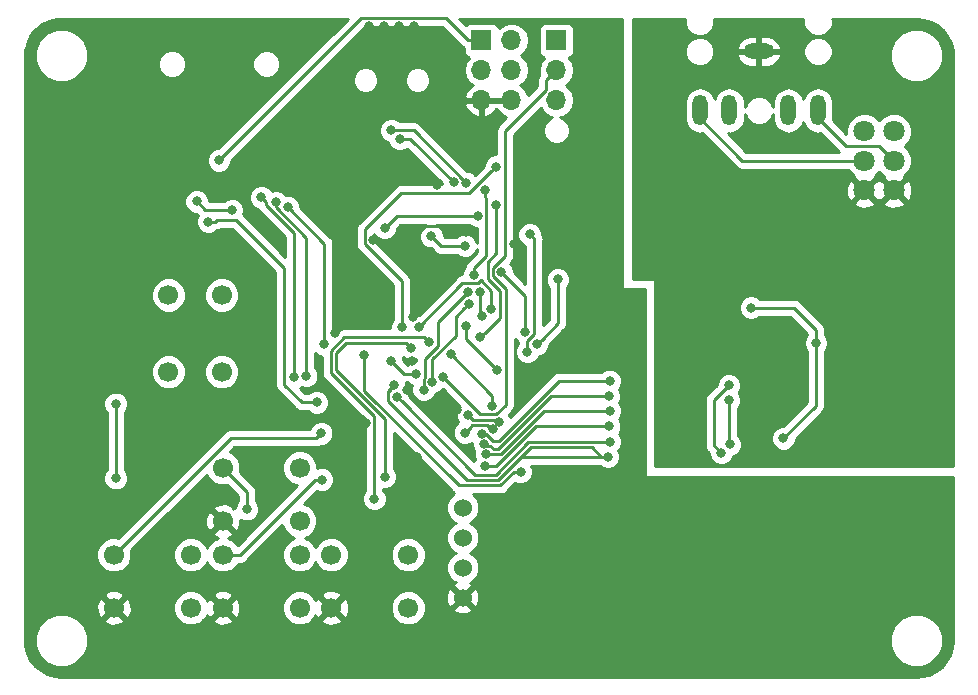
<source format=gbr>
%TF.GenerationSoftware,KiCad,Pcbnew,(5.0.2)-1*%
%TF.CreationDate,2019-08-28T15:07:36-07:00*%
%TF.ProjectId,OPL3_VGM_Player,4f504c33-5f56-4474-9d5f-506c61796572,rev?*%
%TF.SameCoordinates,Original*%
%TF.FileFunction,Copper,L2,Bot*%
%TF.FilePolarity,Positive*%
%FSLAX46Y46*%
G04 Gerber Fmt 4.6, Leading zero omitted, Abs format (unit mm)*
G04 Created by KiCad (PCBNEW (5.0.2)-1) date 8/28/2019 3:07:36 PM*
%MOMM*%
%LPD*%
G01*
G04 APERTURE LIST*
%ADD10C,1.800000*%
%ADD11O,1.300000X2.600000*%
%ADD12O,2.600000X1.300000*%
%ADD13C,1.700000*%
%ADD14C,1.524000*%
%ADD15O,1.700000X1.700000*%
%ADD16R,1.700000X1.700000*%
%ADD17C,0.800000*%
%ADD18C,0.250000*%
%ADD19C,0.254000*%
G04 APERTURE END LIST*
D10*
X221655000Y-99060000D03*
X221655000Y-96560000D03*
X221655000Y-94060000D03*
X224155000Y-99060000D03*
X224155000Y-96560000D03*
X224155000Y-94060000D03*
D11*
X207725000Y-92300000D03*
X217725000Y-92300000D03*
X215225000Y-92300000D03*
X210225000Y-92300000D03*
D12*
X212725000Y-87300000D03*
D13*
X158115000Y-129908300D03*
X164615000Y-129908300D03*
X158115000Y-134408300D03*
X164615000Y-134408300D03*
X173835200Y-134408300D03*
X167335200Y-134408300D03*
X173835200Y-129908300D03*
X167335200Y-129908300D03*
X176530000Y-129908300D03*
X183030000Y-129908300D03*
X176530000Y-134408300D03*
X183030000Y-134408300D03*
X173835200Y-127055000D03*
X167335200Y-127055000D03*
X173835200Y-122555000D03*
X167335200Y-122555000D03*
D14*
X187648600Y-133540000D03*
X187648600Y-131000000D03*
X187648600Y-128460000D03*
X187648600Y-125920000D03*
D15*
X191770000Y-91440000D03*
X189230000Y-91440000D03*
X191770000Y-88900000D03*
X189230000Y-88900000D03*
X191770000Y-86360000D03*
D16*
X189230000Y-86360000D03*
D15*
X195580000Y-91440000D03*
X195580000Y-88900000D03*
D16*
X195580000Y-86360000D03*
D13*
X167233600Y-107924600D03*
X167233600Y-114424600D03*
X162733600Y-107924600D03*
X162733600Y-114424600D03*
D17*
X177317400Y-118313200D03*
X192024000Y-103632000D03*
X182880000Y-103682800D03*
X203835000Y-88265000D03*
X180975000Y-87630000D03*
X180975000Y-87630000D03*
X180975000Y-87630000D03*
X182245000Y-87630000D03*
X183515000Y-87630000D03*
X183515000Y-86360000D03*
X182245000Y-86360000D03*
X180975000Y-86360000D03*
X179705000Y-86360000D03*
X179705000Y-87630000D03*
X203835000Y-88900000D03*
X203835000Y-89535000D03*
X203835000Y-90170000D03*
X204470000Y-90170000D03*
X204470000Y-89535000D03*
X204470000Y-88900000D03*
X204470000Y-88265000D03*
X204470000Y-87630000D03*
X203835000Y-87630000D03*
X182245000Y-85180010D03*
X183515000Y-85180010D03*
X180975000Y-85180010D03*
X179705000Y-85180010D03*
X183449860Y-109748764D03*
X182958630Y-115999924D03*
X185449812Y-98588990D03*
X183337200Y-113512600D03*
X187121800Y-117652800D03*
X180086000Y-103251000D03*
X176682400Y-97536000D03*
X176682400Y-98044000D03*
X176682400Y-98552000D03*
X176682400Y-99060000D03*
X177292000Y-99060000D03*
X177800000Y-99060000D03*
X177800000Y-98552000D03*
X177800000Y-98044000D03*
X177800000Y-97536000D03*
X177292000Y-97536000D03*
X177292000Y-98044000D03*
X177292000Y-98552000D03*
X187960000Y-102616000D03*
X206756000Y-109728000D03*
X209804000Y-106172000D03*
X176869063Y-111176256D03*
X179451985Y-118791572D03*
X179933600Y-130200400D03*
X161467800Y-120218200D03*
X151130000Y-115570000D03*
X152400000Y-115570000D03*
X153670000Y-115570000D03*
X153670000Y-116840000D03*
X152400000Y-116840000D03*
X151130000Y-116840000D03*
X162560000Y-120015000D03*
X161925000Y-121285000D03*
X193675000Y-125730000D03*
X224790000Y-100965000D03*
X224790000Y-107950000D03*
X224790000Y-104140000D03*
X209550000Y-107315000D03*
X210820000Y-106680000D03*
X185420000Y-133985000D03*
X189636400Y-127000000D03*
X182245000Y-122555000D03*
X177139600Y-122123200D03*
X172135800Y-128346200D03*
X183743600Y-121615200D03*
X197993000Y-107848400D03*
X193370200Y-96266000D03*
X193624200Y-87833200D03*
X215874600Y-112395000D03*
X164617400Y-96596200D03*
X158724600Y-102539800D03*
X160070800Y-102463600D03*
X159435800Y-103378000D03*
X225806000Y-112979200D03*
X213487000Y-94488000D03*
X167005000Y-96520000D03*
X181584600Y-113487200D03*
X183723367Y-114569837D03*
X158267400Y-123431700D03*
X158267400Y-117131700D03*
X210185000Y-116840000D03*
X210257115Y-120577885D03*
X210185000Y-115570000D03*
X209550000Y-121285000D03*
X217556100Y-111988600D03*
X212058600Y-108991400D03*
X214806400Y-120053100D03*
X181065010Y-123317000D03*
X183244852Y-112395000D03*
X180172400Y-125183900D03*
X184790286Y-111912400D03*
X181610000Y-93980000D03*
X187960000Y-98425000D03*
X182317115Y-94705010D03*
X186899185Y-98389504D03*
X173402708Y-114894850D03*
X170586400Y-99637579D03*
X174396400Y-114782600D03*
X171831000Y-100087590D03*
X166116000Y-101701600D03*
X175285400Y-117017800D03*
X172872400Y-100507800D03*
X165125400Y-99999800D03*
X168122600Y-100722590D03*
X175934119Y-112111201D03*
X190500000Y-100330000D03*
X189139466Y-111511235D03*
X185973730Y-114853730D03*
X188594146Y-106211179D03*
X189078194Y-107648312D03*
X189252270Y-109696432D03*
X189509400Y-99060000D03*
X182499000Y-110667800D03*
X190474600Y-97053400D03*
X195695410Y-106603800D03*
X193931584Y-112090768D03*
X175666400Y-119634000D03*
X175742600Y-123545600D03*
X186613800Y-112903000D03*
X190145673Y-117298360D03*
X187828352Y-119567879D03*
X190169800Y-119303800D03*
X190576200Y-114300000D03*
X190728600Y-118643400D03*
X188118184Y-118116348D03*
X187885653Y-110558948D03*
X169392600Y-126060200D03*
X183951984Y-110613573D03*
X190055785Y-109101128D03*
X185077416Y-115297177D03*
X188191454Y-108658925D03*
X184331308Y-115963019D03*
X188078327Y-107665332D03*
X200075800Y-115189000D03*
X189318017Y-119651250D03*
X200025000Y-116484400D03*
X189484000Y-120523000D03*
X200075800Y-117729000D03*
X189642613Y-121401228D03*
X200050400Y-119049800D03*
X189540166Y-122395979D03*
X200075800Y-120345200D03*
X182106604Y-116535067D03*
X199948800Y-121615200D03*
X181813566Y-115578953D03*
X192557400Y-122885200D03*
X179324000Y-113030000D03*
X193319400Y-102793800D03*
X193124223Y-112734135D03*
X181035567Y-102258080D03*
X188900056Y-101240828D03*
X190925998Y-105994200D03*
X192910008Y-111014020D03*
X184988200Y-102946200D03*
X187847733Y-103753216D03*
D18*
X183358629Y-116399923D02*
X182958630Y-115999924D01*
X184211507Y-117252801D02*
X183358629Y-116399923D01*
X186721801Y-117252801D02*
X184211507Y-117252801D01*
X187121800Y-117652800D02*
X186721801Y-117252801D01*
X180517800Y-103682800D02*
X180086000Y-103251000D01*
X182880000Y-103682800D02*
X180517800Y-103682800D01*
X187960000Y-102616000D02*
X187452000Y-102108000D01*
X184454800Y-102108000D02*
X182880000Y-103682800D01*
X187452000Y-102108000D02*
X184454800Y-102108000D01*
X188130000Y-86360000D02*
X186225000Y-84455000D01*
X189230000Y-86360000D02*
X188130000Y-86360000D01*
X186225000Y-84455000D02*
X179070000Y-84455000D01*
X179070000Y-84455000D02*
X167005000Y-96520000D01*
X183157682Y-114569837D02*
X183723367Y-114569837D01*
X181584600Y-113487200D02*
X182667237Y-114569837D01*
X182667237Y-114569837D02*
X183157682Y-114569837D01*
X158267400Y-117131700D02*
X158267400Y-123431700D01*
X210185000Y-116840000D02*
X210185000Y-120505770D01*
X210185000Y-120505770D02*
X210257115Y-120577885D01*
X210185000Y-115570000D02*
X208915000Y-116840000D01*
X208915000Y-120650000D02*
X209550000Y-121285000D01*
X208915000Y-116840000D02*
X208915000Y-120650000D01*
X217556100Y-111988600D02*
X217556100Y-110876100D01*
X217556100Y-110876100D02*
X215671400Y-108991400D01*
X215671400Y-108991400D02*
X212058600Y-108991400D01*
X217556100Y-111988600D02*
X217556100Y-117303400D01*
X217556100Y-117303400D02*
X214806400Y-120053100D01*
X181065010Y-118430020D02*
X176939801Y-114304811D01*
X176939801Y-112812995D02*
X177757795Y-111995001D01*
X181065010Y-123317000D02*
X181065010Y-118430020D01*
X176939801Y-114304811D02*
X176939801Y-112812995D01*
X182844853Y-111995001D02*
X183244852Y-112395000D01*
X177757795Y-111995001D02*
X182844853Y-111995001D01*
X180172400Y-125183900D02*
X180172400Y-119144159D01*
X176489790Y-112626595D02*
X177603984Y-111512401D01*
X177603984Y-111512401D02*
X184390287Y-111512401D01*
X184390287Y-111512401D02*
X184790286Y-111912400D01*
X176489790Y-114491211D02*
X176489790Y-112626595D01*
X180176986Y-118178407D02*
X176489790Y-114491211D01*
X180176986Y-119139573D02*
X180176986Y-118178407D01*
X180172400Y-119144159D02*
X180176986Y-119139573D01*
X187960000Y-98425000D02*
X183515000Y-93980000D01*
X183515000Y-93980000D02*
X181610000Y-93980000D01*
X186899185Y-98389504D02*
X183214691Y-94705010D01*
X183214691Y-94705010D02*
X182317115Y-94705010D01*
X170986399Y-100037578D02*
X170586400Y-99637579D01*
X170986399Y-100296788D02*
X170986399Y-100037578D01*
X173402708Y-102713097D02*
X170986399Y-100296788D01*
X173402708Y-114894850D02*
X173402708Y-102713097D01*
X174396400Y-103070378D02*
X171831000Y-100504978D01*
X171831000Y-100504978D02*
X171831000Y-100087590D01*
X174396400Y-114782600D02*
X174396400Y-103070378D01*
X166681685Y-101701600D02*
X166834085Y-101549200D01*
X166116000Y-101701600D02*
X166681685Y-101701600D01*
X166834085Y-101549200D02*
X168452800Y-101549200D01*
X168452800Y-101549200D02*
X172542200Y-105638600D01*
X172542200Y-105638600D02*
X172542200Y-115544600D01*
X172542200Y-115544600D02*
X174015400Y-117017800D01*
X174015400Y-117017800D02*
X175285400Y-117017800D01*
X167556915Y-100722590D02*
X168122600Y-100722590D01*
X165848190Y-100722590D02*
X167556915Y-100722590D01*
X165125400Y-99999800D02*
X165848190Y-100722590D01*
X175934119Y-111545516D02*
X175934119Y-112111201D01*
X172872400Y-100507800D02*
X175934119Y-103569519D01*
X175934119Y-103569519D02*
X175934119Y-111545516D01*
X190500000Y-104376051D02*
X189750985Y-105125066D01*
X189750985Y-106528602D02*
X190780787Y-107558404D01*
X190500000Y-100330000D02*
X190500000Y-104376051D01*
X190780787Y-107558404D02*
X190780787Y-109869914D01*
X189539465Y-111111236D02*
X189139466Y-111511235D01*
X189750985Y-105125066D02*
X189750985Y-106528602D01*
X190780787Y-109869914D02*
X189539465Y-111111236D01*
X190476423Y-118026226D02*
X191301202Y-117201447D01*
X185973730Y-114853730D02*
X189146226Y-118026226D01*
X194730001Y-90550997D02*
X194730001Y-89749999D01*
X189146226Y-118026226D02*
X190476423Y-118026226D01*
X191301202Y-117201447D02*
X191301202Y-107442408D01*
X191225002Y-94055996D02*
X194730001Y-90550997D01*
X194730001Y-89749999D02*
X195580000Y-88900000D01*
X191225002Y-104622192D02*
X191225002Y-94055996D01*
X190200996Y-105646198D02*
X191225002Y-104622192D01*
X190200996Y-106342202D02*
X190200996Y-105646198D01*
X191301202Y-107442408D02*
X190200996Y-106342202D01*
X207725000Y-92950000D02*
X207725000Y-92300000D01*
X211335000Y-96560000D02*
X207725000Y-92950000D01*
X221655000Y-96560000D02*
X211335000Y-96560000D01*
X189078194Y-109522356D02*
X189252270Y-109696432D01*
X189078194Y-107648312D02*
X189078194Y-109522356D01*
X189625058Y-99741343D02*
X189509400Y-99625685D01*
X189509400Y-99625685D02*
X189509400Y-99060000D01*
X188594146Y-106211179D02*
X188594146Y-105645494D01*
X188594146Y-105645494D02*
X189625058Y-104614582D01*
X189625058Y-104614582D02*
X189625058Y-99741343D01*
X188214000Y-99314000D02*
X190074601Y-97453399D01*
X190074601Y-97453399D02*
X190474600Y-97053400D01*
X182499000Y-110667800D02*
X182499000Y-106737004D01*
X182422800Y-99314000D02*
X188214000Y-99314000D01*
X179360998Y-102375802D02*
X182422800Y-99314000D01*
X179360998Y-103599002D02*
X179360998Y-102375802D01*
X182499000Y-106737004D02*
X179360998Y-103599002D01*
X194331583Y-111690769D02*
X193931584Y-112090768D01*
X195695410Y-106603800D02*
X195695410Y-110326942D01*
X195695410Y-110326942D02*
X194331583Y-111690769D01*
X158964999Y-129058301D02*
X158115000Y-129908300D01*
X167989301Y-120033999D02*
X158964999Y-129058301D01*
X175266401Y-120033999D02*
X167989301Y-120033999D01*
X175666400Y-119634000D02*
X175266401Y-120033999D01*
X168537281Y-129908300D02*
X167335200Y-129908300D01*
X168814215Y-129908300D02*
X168537281Y-129908300D01*
X175176915Y-123545600D02*
X168814215Y-129908300D01*
X175742600Y-123545600D02*
X175176915Y-123545600D01*
X190145673Y-116434873D02*
X190145673Y-117236794D01*
X186613800Y-112903000D02*
X190145673Y-116434873D01*
X190145673Y-117236794D02*
X190145673Y-117298360D01*
X188228351Y-119167880D02*
X187828352Y-119567879D01*
X188469983Y-118926248D02*
X188228351Y-119167880D01*
X189666019Y-118926248D02*
X188469983Y-118926248D01*
X190169800Y-119303800D02*
X190043571Y-119303800D01*
X190043571Y-119303800D02*
X189666019Y-118926248D01*
X187885653Y-111124633D02*
X187885653Y-110558948D01*
X190576200Y-114300000D02*
X187885653Y-111609453D01*
X187885653Y-111609453D02*
X187885653Y-111124633D01*
X169392600Y-124612400D02*
X167335200Y-122555000D01*
X169392600Y-126060200D02*
X169392600Y-124612400D01*
X190561437Y-118476237D02*
X190728600Y-118643400D01*
X188118184Y-118116348D02*
X188478073Y-118476237D01*
X188478073Y-118476237D02*
X190561437Y-118476237D01*
X183951984Y-110613573D02*
X187629377Y-106936180D01*
X187629377Y-106936180D02*
X188942147Y-106936180D01*
X188942147Y-106936180D02*
X189191866Y-106686461D01*
X189191866Y-106686461D02*
X190055785Y-107550380D01*
X190055785Y-107550380D02*
X190055785Y-109101128D01*
X185077416Y-115297177D02*
X185077416Y-113334683D01*
X187791455Y-109058924D02*
X188191454Y-108658925D01*
X187057199Y-109793180D02*
X187791455Y-109058924D01*
X187057199Y-111354900D02*
X187057199Y-109793180D01*
X185077416Y-113334683D02*
X187057199Y-111354900D01*
X184448369Y-114917839D02*
X184448369Y-113327319D01*
X185515287Y-110228372D02*
X187678328Y-108065331D01*
X184331308Y-115034900D02*
X184448369Y-114917839D01*
X184448369Y-113327319D02*
X185515287Y-112260401D01*
X184331308Y-115963019D02*
X184331308Y-115034900D01*
X185515287Y-112260401D02*
X185515287Y-110228372D01*
X187678328Y-108065331D02*
X188078327Y-107665332D01*
X189584480Y-119651250D02*
X189318017Y-119651250D01*
X190220598Y-120287368D02*
X189584480Y-119651250D01*
X190704589Y-120287368D02*
X190220598Y-120287368D01*
X200075800Y-115189000D02*
X195802957Y-115189000D01*
X195802957Y-115189000D02*
X190704589Y-120287368D01*
X189990615Y-120676226D02*
X189711170Y-120676226D01*
X200025000Y-116484400D02*
X195143968Y-116484400D01*
X195143968Y-116484400D02*
X190677150Y-120951217D01*
X190265606Y-120951217D02*
X189990615Y-120676226D01*
X189711170Y-120676226D02*
X189454091Y-120419147D01*
X190677150Y-120951217D02*
X190265606Y-120951217D01*
X200075800Y-117729000D02*
X194535778Y-117729000D01*
X190863550Y-121401228D02*
X190208298Y-121401228D01*
X194535778Y-117729000D02*
X190863550Y-121401228D01*
X190208298Y-121401228D02*
X189642613Y-121401228D01*
X200050400Y-119049800D02*
X193851389Y-119049800D01*
X193851389Y-119049800D02*
X190505210Y-122395979D01*
X190105851Y-122395979D02*
X189540166Y-122395979D01*
X190505210Y-122395979D02*
X190105851Y-122395979D01*
X200075800Y-120345200D02*
X193216389Y-120345200D01*
X188692526Y-123120989D02*
X182506603Y-116935066D01*
X193216389Y-120345200D02*
X190440600Y-123120989D01*
X190440600Y-123120989D02*
X188692526Y-123120989D01*
X182506603Y-116935066D02*
X182106604Y-116535067D01*
X199383115Y-121615200D02*
X198563125Y-120795210D01*
X199948800Y-121615200D02*
X199383115Y-121615200D01*
X190627000Y-123570999D02*
X188314188Y-123570998D01*
X198563125Y-120795210D02*
X193402789Y-120795210D01*
X193402789Y-120795210D02*
X190627000Y-123570999D01*
X181594199Y-115884399D02*
X181584600Y-115874800D01*
X181315362Y-116859238D02*
X181315362Y-116163236D01*
X181315362Y-116163236D02*
X181594199Y-115884399D01*
X181692362Y-117236238D02*
X181315362Y-116859238D01*
X199948800Y-121615200D02*
X192582799Y-121615200D01*
X190627000Y-123570999D02*
X188027121Y-123570997D01*
X188027121Y-123570997D02*
X181315362Y-116859238D01*
X192582799Y-121615200D02*
X190627000Y-123570999D01*
X181315362Y-116859238D02*
X181315362Y-116077157D01*
X181315362Y-116077157D02*
X181413567Y-115978952D01*
X181413567Y-115978952D02*
X181813566Y-115578953D01*
X190813399Y-124021008D02*
X187292405Y-124021005D01*
X192557400Y-122885200D02*
X191949209Y-122885200D01*
X191949209Y-122885200D02*
X190813399Y-124021008D01*
X179324000Y-116052600D02*
X179324000Y-113030000D01*
X187292405Y-124021005D02*
X179324000Y-116052600D01*
X193124223Y-112168450D02*
X193124223Y-112734135D01*
X193124223Y-111825125D02*
X193124223Y-112168450D01*
X193719399Y-103193799D02*
X193719399Y-111229949D01*
X193319400Y-102793800D02*
X193719399Y-103193799D01*
X193719399Y-111229949D02*
X193124223Y-111825125D01*
X181035567Y-102258080D02*
X182052819Y-101240828D01*
X182052819Y-101240828D02*
X188334371Y-101240828D01*
X188334371Y-101240828D02*
X188900056Y-101240828D01*
X192910008Y-107978210D02*
X192910008Y-110448335D01*
X190925998Y-105994200D02*
X192910008Y-107978210D01*
X192910008Y-110448335D02*
X192910008Y-111014020D01*
X184988200Y-102946200D02*
X185795216Y-103753216D01*
X185795216Y-103753216D02*
X187282048Y-103753216D01*
X187282048Y-103753216D02*
X187847733Y-103753216D01*
X224155000Y-96560000D02*
X222929999Y-95334999D01*
X217725000Y-92950000D02*
X217725000Y-92300000D01*
X220109999Y-95334999D02*
X217725000Y-92950000D01*
X222929999Y-95334999D02*
X220109999Y-95334999D01*
D19*
G36*
X206490000Y-84554343D02*
X206490000Y-85045657D01*
X206678018Y-85499571D01*
X207025429Y-85846982D01*
X207479343Y-86035000D01*
X207970657Y-86035000D01*
X208424571Y-85846982D01*
X208771982Y-85499571D01*
X208960000Y-85045657D01*
X208960000Y-84554343D01*
X208949917Y-84530000D01*
X216500083Y-84530000D01*
X216490000Y-84554343D01*
X216490000Y-85045657D01*
X216678018Y-85499571D01*
X217025429Y-85846982D01*
X217479343Y-86035000D01*
X217970657Y-86035000D01*
X218424571Y-85846982D01*
X218771982Y-85499571D01*
X218960000Y-85045657D01*
X218960000Y-84554343D01*
X218949917Y-84530000D01*
X226024036Y-84530000D01*
X226682604Y-84596895D01*
X227279782Y-84784039D01*
X227827124Y-85087436D01*
X228302289Y-85494701D01*
X228685852Y-85989188D01*
X228962150Y-86550700D01*
X229122104Y-87164774D01*
X229160001Y-87657283D01*
X229160000Y-122428000D01*
X203962000Y-122428000D01*
X203962000Y-116840000D01*
X208140112Y-116840000D01*
X208155000Y-116914847D01*
X208155001Y-120575148D01*
X208140112Y-120650000D01*
X208199097Y-120946537D01*
X208293687Y-121088100D01*
X208367072Y-121197929D01*
X208430528Y-121240329D01*
X208515000Y-121324801D01*
X208515000Y-121490874D01*
X208672569Y-121871280D01*
X208963720Y-122162431D01*
X209344126Y-122320000D01*
X209755874Y-122320000D01*
X210136280Y-122162431D01*
X210427431Y-121871280D01*
X210549264Y-121577149D01*
X210843395Y-121455316D01*
X211134546Y-121164165D01*
X211292115Y-120783759D01*
X211292115Y-120372011D01*
X211134546Y-119991605D01*
X210945000Y-119802059D01*
X210945000Y-117543711D01*
X211062431Y-117426280D01*
X211220000Y-117045874D01*
X211220000Y-116634126D01*
X211062431Y-116253720D01*
X211013711Y-116205000D01*
X211062431Y-116156280D01*
X211220000Y-115775874D01*
X211220000Y-115364126D01*
X211062431Y-114983720D01*
X210771280Y-114692569D01*
X210390874Y-114535000D01*
X209979126Y-114535000D01*
X209598720Y-114692569D01*
X209307569Y-114983720D01*
X209150000Y-115364126D01*
X209150000Y-115530198D01*
X208430530Y-116249669D01*
X208367071Y-116292071D01*
X208199096Y-116543464D01*
X208155000Y-116765149D01*
X208155000Y-116765153D01*
X208140112Y-116840000D01*
X203962000Y-116840000D01*
X203962000Y-108785526D01*
X211023600Y-108785526D01*
X211023600Y-109197274D01*
X211181169Y-109577680D01*
X211472320Y-109868831D01*
X211852726Y-110026400D01*
X212264474Y-110026400D01*
X212644880Y-109868831D01*
X212762311Y-109751400D01*
X215356599Y-109751400D01*
X216796101Y-111190903D01*
X216796101Y-111284888D01*
X216678669Y-111402320D01*
X216521100Y-111782726D01*
X216521100Y-112194474D01*
X216678669Y-112574880D01*
X216796100Y-112692311D01*
X216796101Y-116988597D01*
X214766599Y-119018100D01*
X214600526Y-119018100D01*
X214220120Y-119175669D01*
X213928969Y-119466820D01*
X213771400Y-119847226D01*
X213771400Y-120258974D01*
X213928969Y-120639380D01*
X214220120Y-120930531D01*
X214600526Y-121088100D01*
X215012274Y-121088100D01*
X215392680Y-120930531D01*
X215683831Y-120639380D01*
X215841400Y-120258974D01*
X215841400Y-120092901D01*
X218040573Y-117893729D01*
X218104029Y-117851329D01*
X218272004Y-117599937D01*
X218316100Y-117378252D01*
X218316100Y-117378248D01*
X218330988Y-117303401D01*
X218316100Y-117228554D01*
X218316100Y-112692311D01*
X218433531Y-112574880D01*
X218591100Y-112194474D01*
X218591100Y-111782726D01*
X218433531Y-111402320D01*
X218316100Y-111284889D01*
X218316100Y-110950946D01*
X218330988Y-110876099D01*
X218316100Y-110801252D01*
X218316100Y-110801248D01*
X218272004Y-110579563D01*
X218230202Y-110517002D01*
X218146429Y-110391626D01*
X218146427Y-110391624D01*
X218104029Y-110328171D01*
X218040576Y-110285773D01*
X216261731Y-108506930D01*
X216219329Y-108443471D01*
X215967937Y-108275496D01*
X215746252Y-108231400D01*
X215746247Y-108231400D01*
X215671400Y-108216512D01*
X215596553Y-108231400D01*
X212762311Y-108231400D01*
X212644880Y-108113969D01*
X212264474Y-107956400D01*
X211852726Y-107956400D01*
X211472320Y-108113969D01*
X211181169Y-108405120D01*
X211023600Y-108785526D01*
X203962000Y-108785526D01*
X203962000Y-106680000D01*
X203952333Y-106631399D01*
X203924803Y-106590197D01*
X203883601Y-106562667D01*
X203835000Y-106553000D01*
X202057000Y-106553000D01*
X202057000Y-100140159D01*
X220754446Y-100140159D01*
X220840852Y-100396643D01*
X221414336Y-100606458D01*
X222024460Y-100580839D01*
X222469148Y-100396643D01*
X222555554Y-100140159D01*
X223254446Y-100140159D01*
X223340852Y-100396643D01*
X223914336Y-100606458D01*
X224524460Y-100580839D01*
X224969148Y-100396643D01*
X225055554Y-100140159D01*
X224155000Y-99239605D01*
X223254446Y-100140159D01*
X222555554Y-100140159D01*
X221655000Y-99239605D01*
X220754446Y-100140159D01*
X202057000Y-100140159D01*
X202057000Y-98819336D01*
X220108542Y-98819336D01*
X220134161Y-99429460D01*
X220318357Y-99874148D01*
X220574841Y-99960554D01*
X221475395Y-99060000D01*
X221834605Y-99060000D01*
X222735159Y-99960554D01*
X222905000Y-99903337D01*
X223074841Y-99960554D01*
X223975395Y-99060000D01*
X224334605Y-99060000D01*
X225235159Y-99960554D01*
X225491643Y-99874148D01*
X225701458Y-99300664D01*
X225675839Y-98690540D01*
X225491643Y-98245852D01*
X225235159Y-98159446D01*
X224334605Y-99060000D01*
X223975395Y-99060000D01*
X223074841Y-98159446D01*
X222905000Y-98216663D01*
X222735159Y-98159446D01*
X221834605Y-99060000D01*
X221475395Y-99060000D01*
X220574841Y-98159446D01*
X220318357Y-98245852D01*
X220108542Y-98819336D01*
X202057000Y-98819336D01*
X202057000Y-91523442D01*
X206440000Y-91523442D01*
X206440000Y-93076557D01*
X206514557Y-93451381D01*
X206798567Y-93876433D01*
X207223618Y-94160443D01*
X207725000Y-94260174D01*
X207921322Y-94221123D01*
X210744671Y-97044473D01*
X210787071Y-97107929D01*
X211038463Y-97275904D01*
X211260148Y-97320000D01*
X211260153Y-97320000D01*
X211335000Y-97334888D01*
X211409847Y-97320000D01*
X220308331Y-97320000D01*
X220353690Y-97429507D01*
X220785493Y-97861310D01*
X220793290Y-97864539D01*
X220754446Y-97979841D01*
X221655000Y-98880395D01*
X222555554Y-97979841D01*
X222516710Y-97864539D01*
X222524507Y-97861310D01*
X222905000Y-97480817D01*
X223285493Y-97861310D01*
X223293290Y-97864539D01*
X223254446Y-97979841D01*
X224155000Y-98880395D01*
X225055554Y-97979841D01*
X225016710Y-97864539D01*
X225024507Y-97861310D01*
X225456310Y-97429507D01*
X225690000Y-96865330D01*
X225690000Y-96254670D01*
X225456310Y-95690493D01*
X225075817Y-95310000D01*
X225456310Y-94929507D01*
X225690000Y-94365330D01*
X225690000Y-93754670D01*
X225456310Y-93190493D01*
X225024507Y-92758690D01*
X224460330Y-92525000D01*
X223849670Y-92525000D01*
X223285493Y-92758690D01*
X222905000Y-93139183D01*
X222524507Y-92758690D01*
X221960330Y-92525000D01*
X221349670Y-92525000D01*
X220785493Y-92758690D01*
X220353690Y-93190493D01*
X220120000Y-93754670D01*
X220120000Y-94270198D01*
X218996123Y-93146322D01*
X219010000Y-93076558D01*
X219010000Y-91523442D01*
X218935443Y-91148618D01*
X218651433Y-90723567D01*
X218226382Y-90439557D01*
X217725000Y-90339826D01*
X217223619Y-90439557D01*
X216798568Y-90723567D01*
X216514557Y-91148618D01*
X216475000Y-91347485D01*
X216435443Y-91148618D01*
X216151433Y-90723567D01*
X215726382Y-90439557D01*
X215225000Y-90339826D01*
X214723619Y-90439557D01*
X214298568Y-90723567D01*
X214014557Y-91148618D01*
X213940000Y-91523442D01*
X213940000Y-92006059D01*
X213771982Y-91600429D01*
X213424571Y-91253018D01*
X212970657Y-91065000D01*
X212479343Y-91065000D01*
X212025429Y-91253018D01*
X211678018Y-91600429D01*
X211510000Y-92006059D01*
X211510000Y-91523442D01*
X211435443Y-91148618D01*
X211151433Y-90723567D01*
X210726382Y-90439557D01*
X210225000Y-90339826D01*
X209723619Y-90439557D01*
X209298568Y-90723567D01*
X209014557Y-91148618D01*
X208975000Y-91347485D01*
X208935443Y-91148618D01*
X208651433Y-90723567D01*
X208226382Y-90439557D01*
X207725000Y-90339826D01*
X207223619Y-90439557D01*
X206798568Y-90723567D01*
X206514557Y-91148618D01*
X206440000Y-91523442D01*
X202057000Y-91523442D01*
X202057000Y-87054343D01*
X206490000Y-87054343D01*
X206490000Y-87545657D01*
X206678018Y-87999571D01*
X207025429Y-88346982D01*
X207479343Y-88535000D01*
X207970657Y-88535000D01*
X208424571Y-88346982D01*
X208771982Y-87999571D01*
X208926939Y-87625471D01*
X210831901Y-87625471D01*
X210839214Y-87674415D01*
X211076565Y-88118829D01*
X211465919Y-88438584D01*
X211948000Y-88585000D01*
X212598000Y-88585000D01*
X212598000Y-87427000D01*
X212852000Y-87427000D01*
X212852000Y-88585000D01*
X213502000Y-88585000D01*
X213984081Y-88438584D01*
X214373435Y-88118829D01*
X214610786Y-87674415D01*
X214618099Y-87625471D01*
X214494067Y-87427000D01*
X212852000Y-87427000D01*
X212598000Y-87427000D01*
X210955933Y-87427000D01*
X210831901Y-87625471D01*
X208926939Y-87625471D01*
X208960000Y-87545657D01*
X208960000Y-87054343D01*
X208926940Y-86974529D01*
X210831901Y-86974529D01*
X210955933Y-87173000D01*
X212598000Y-87173000D01*
X212598000Y-86015000D01*
X212852000Y-86015000D01*
X212852000Y-87173000D01*
X214494067Y-87173000D01*
X214568220Y-87054343D01*
X216490000Y-87054343D01*
X216490000Y-87545657D01*
X216678018Y-87999571D01*
X217025429Y-88346982D01*
X217479343Y-88535000D01*
X217970657Y-88535000D01*
X218424571Y-88346982D01*
X218771982Y-87999571D01*
X218960000Y-87545657D01*
X218960000Y-87185431D01*
X223825000Y-87185431D01*
X223825000Y-88074569D01*
X224165259Y-88896026D01*
X224793974Y-89524741D01*
X225615431Y-89865000D01*
X226504569Y-89865000D01*
X227326026Y-89524741D01*
X227954741Y-88896026D01*
X228295000Y-88074569D01*
X228295000Y-87185431D01*
X227954741Y-86363974D01*
X227326026Y-85735259D01*
X226504569Y-85395000D01*
X225615431Y-85395000D01*
X224793974Y-85735259D01*
X224165259Y-86363974D01*
X223825000Y-87185431D01*
X218960000Y-87185431D01*
X218960000Y-87054343D01*
X218771982Y-86600429D01*
X218424571Y-86253018D01*
X217970657Y-86065000D01*
X217479343Y-86065000D01*
X217025429Y-86253018D01*
X216678018Y-86600429D01*
X216490000Y-87054343D01*
X214568220Y-87054343D01*
X214618099Y-86974529D01*
X214610786Y-86925585D01*
X214373435Y-86481171D01*
X213984081Y-86161416D01*
X213502000Y-86015000D01*
X212852000Y-86015000D01*
X212598000Y-86015000D01*
X211948000Y-86015000D01*
X211465919Y-86161416D01*
X211076565Y-86481171D01*
X210839214Y-86925585D01*
X210831901Y-86974529D01*
X208926940Y-86974529D01*
X208771982Y-86600429D01*
X208424571Y-86253018D01*
X207970657Y-86065000D01*
X207479343Y-86065000D01*
X207025429Y-86253018D01*
X206678018Y-86600429D01*
X206490000Y-87054343D01*
X202057000Y-87054343D01*
X202057000Y-84530000D01*
X206500083Y-84530000D01*
X206490000Y-84554343D01*
X206490000Y-84554343D01*
G37*
X206490000Y-84554343D02*
X206490000Y-85045657D01*
X206678018Y-85499571D01*
X207025429Y-85846982D01*
X207479343Y-86035000D01*
X207970657Y-86035000D01*
X208424571Y-85846982D01*
X208771982Y-85499571D01*
X208960000Y-85045657D01*
X208960000Y-84554343D01*
X208949917Y-84530000D01*
X216500083Y-84530000D01*
X216490000Y-84554343D01*
X216490000Y-85045657D01*
X216678018Y-85499571D01*
X217025429Y-85846982D01*
X217479343Y-86035000D01*
X217970657Y-86035000D01*
X218424571Y-85846982D01*
X218771982Y-85499571D01*
X218960000Y-85045657D01*
X218960000Y-84554343D01*
X218949917Y-84530000D01*
X226024036Y-84530000D01*
X226682604Y-84596895D01*
X227279782Y-84784039D01*
X227827124Y-85087436D01*
X228302289Y-85494701D01*
X228685852Y-85989188D01*
X228962150Y-86550700D01*
X229122104Y-87164774D01*
X229160001Y-87657283D01*
X229160000Y-122428000D01*
X203962000Y-122428000D01*
X203962000Y-116840000D01*
X208140112Y-116840000D01*
X208155000Y-116914847D01*
X208155001Y-120575148D01*
X208140112Y-120650000D01*
X208199097Y-120946537D01*
X208293687Y-121088100D01*
X208367072Y-121197929D01*
X208430528Y-121240329D01*
X208515000Y-121324801D01*
X208515000Y-121490874D01*
X208672569Y-121871280D01*
X208963720Y-122162431D01*
X209344126Y-122320000D01*
X209755874Y-122320000D01*
X210136280Y-122162431D01*
X210427431Y-121871280D01*
X210549264Y-121577149D01*
X210843395Y-121455316D01*
X211134546Y-121164165D01*
X211292115Y-120783759D01*
X211292115Y-120372011D01*
X211134546Y-119991605D01*
X210945000Y-119802059D01*
X210945000Y-117543711D01*
X211062431Y-117426280D01*
X211220000Y-117045874D01*
X211220000Y-116634126D01*
X211062431Y-116253720D01*
X211013711Y-116205000D01*
X211062431Y-116156280D01*
X211220000Y-115775874D01*
X211220000Y-115364126D01*
X211062431Y-114983720D01*
X210771280Y-114692569D01*
X210390874Y-114535000D01*
X209979126Y-114535000D01*
X209598720Y-114692569D01*
X209307569Y-114983720D01*
X209150000Y-115364126D01*
X209150000Y-115530198D01*
X208430530Y-116249669D01*
X208367071Y-116292071D01*
X208199096Y-116543464D01*
X208155000Y-116765149D01*
X208155000Y-116765153D01*
X208140112Y-116840000D01*
X203962000Y-116840000D01*
X203962000Y-108785526D01*
X211023600Y-108785526D01*
X211023600Y-109197274D01*
X211181169Y-109577680D01*
X211472320Y-109868831D01*
X211852726Y-110026400D01*
X212264474Y-110026400D01*
X212644880Y-109868831D01*
X212762311Y-109751400D01*
X215356599Y-109751400D01*
X216796101Y-111190903D01*
X216796101Y-111284888D01*
X216678669Y-111402320D01*
X216521100Y-111782726D01*
X216521100Y-112194474D01*
X216678669Y-112574880D01*
X216796100Y-112692311D01*
X216796101Y-116988597D01*
X214766599Y-119018100D01*
X214600526Y-119018100D01*
X214220120Y-119175669D01*
X213928969Y-119466820D01*
X213771400Y-119847226D01*
X213771400Y-120258974D01*
X213928969Y-120639380D01*
X214220120Y-120930531D01*
X214600526Y-121088100D01*
X215012274Y-121088100D01*
X215392680Y-120930531D01*
X215683831Y-120639380D01*
X215841400Y-120258974D01*
X215841400Y-120092901D01*
X218040573Y-117893729D01*
X218104029Y-117851329D01*
X218272004Y-117599937D01*
X218316100Y-117378252D01*
X218316100Y-117378248D01*
X218330988Y-117303401D01*
X218316100Y-117228554D01*
X218316100Y-112692311D01*
X218433531Y-112574880D01*
X218591100Y-112194474D01*
X218591100Y-111782726D01*
X218433531Y-111402320D01*
X218316100Y-111284889D01*
X218316100Y-110950946D01*
X218330988Y-110876099D01*
X218316100Y-110801252D01*
X218316100Y-110801248D01*
X218272004Y-110579563D01*
X218230202Y-110517002D01*
X218146429Y-110391626D01*
X218146427Y-110391624D01*
X218104029Y-110328171D01*
X218040576Y-110285773D01*
X216261731Y-108506930D01*
X216219329Y-108443471D01*
X215967937Y-108275496D01*
X215746252Y-108231400D01*
X215746247Y-108231400D01*
X215671400Y-108216512D01*
X215596553Y-108231400D01*
X212762311Y-108231400D01*
X212644880Y-108113969D01*
X212264474Y-107956400D01*
X211852726Y-107956400D01*
X211472320Y-108113969D01*
X211181169Y-108405120D01*
X211023600Y-108785526D01*
X203962000Y-108785526D01*
X203962000Y-106680000D01*
X203952333Y-106631399D01*
X203924803Y-106590197D01*
X203883601Y-106562667D01*
X203835000Y-106553000D01*
X202057000Y-106553000D01*
X202057000Y-100140159D01*
X220754446Y-100140159D01*
X220840852Y-100396643D01*
X221414336Y-100606458D01*
X222024460Y-100580839D01*
X222469148Y-100396643D01*
X222555554Y-100140159D01*
X223254446Y-100140159D01*
X223340852Y-100396643D01*
X223914336Y-100606458D01*
X224524460Y-100580839D01*
X224969148Y-100396643D01*
X225055554Y-100140159D01*
X224155000Y-99239605D01*
X223254446Y-100140159D01*
X222555554Y-100140159D01*
X221655000Y-99239605D01*
X220754446Y-100140159D01*
X202057000Y-100140159D01*
X202057000Y-98819336D01*
X220108542Y-98819336D01*
X220134161Y-99429460D01*
X220318357Y-99874148D01*
X220574841Y-99960554D01*
X221475395Y-99060000D01*
X221834605Y-99060000D01*
X222735159Y-99960554D01*
X222905000Y-99903337D01*
X223074841Y-99960554D01*
X223975395Y-99060000D01*
X224334605Y-99060000D01*
X225235159Y-99960554D01*
X225491643Y-99874148D01*
X225701458Y-99300664D01*
X225675839Y-98690540D01*
X225491643Y-98245852D01*
X225235159Y-98159446D01*
X224334605Y-99060000D01*
X223975395Y-99060000D01*
X223074841Y-98159446D01*
X222905000Y-98216663D01*
X222735159Y-98159446D01*
X221834605Y-99060000D01*
X221475395Y-99060000D01*
X220574841Y-98159446D01*
X220318357Y-98245852D01*
X220108542Y-98819336D01*
X202057000Y-98819336D01*
X202057000Y-91523442D01*
X206440000Y-91523442D01*
X206440000Y-93076557D01*
X206514557Y-93451381D01*
X206798567Y-93876433D01*
X207223618Y-94160443D01*
X207725000Y-94260174D01*
X207921322Y-94221123D01*
X210744671Y-97044473D01*
X210787071Y-97107929D01*
X211038463Y-97275904D01*
X211260148Y-97320000D01*
X211260153Y-97320000D01*
X211335000Y-97334888D01*
X211409847Y-97320000D01*
X220308331Y-97320000D01*
X220353690Y-97429507D01*
X220785493Y-97861310D01*
X220793290Y-97864539D01*
X220754446Y-97979841D01*
X221655000Y-98880395D01*
X222555554Y-97979841D01*
X222516710Y-97864539D01*
X222524507Y-97861310D01*
X222905000Y-97480817D01*
X223285493Y-97861310D01*
X223293290Y-97864539D01*
X223254446Y-97979841D01*
X224155000Y-98880395D01*
X225055554Y-97979841D01*
X225016710Y-97864539D01*
X225024507Y-97861310D01*
X225456310Y-97429507D01*
X225690000Y-96865330D01*
X225690000Y-96254670D01*
X225456310Y-95690493D01*
X225075817Y-95310000D01*
X225456310Y-94929507D01*
X225690000Y-94365330D01*
X225690000Y-93754670D01*
X225456310Y-93190493D01*
X225024507Y-92758690D01*
X224460330Y-92525000D01*
X223849670Y-92525000D01*
X223285493Y-92758690D01*
X222905000Y-93139183D01*
X222524507Y-92758690D01*
X221960330Y-92525000D01*
X221349670Y-92525000D01*
X220785493Y-92758690D01*
X220353690Y-93190493D01*
X220120000Y-93754670D01*
X220120000Y-94270198D01*
X218996123Y-93146322D01*
X219010000Y-93076558D01*
X219010000Y-91523442D01*
X218935443Y-91148618D01*
X218651433Y-90723567D01*
X218226382Y-90439557D01*
X217725000Y-90339826D01*
X217223619Y-90439557D01*
X216798568Y-90723567D01*
X216514557Y-91148618D01*
X216475000Y-91347485D01*
X216435443Y-91148618D01*
X216151433Y-90723567D01*
X215726382Y-90439557D01*
X215225000Y-90339826D01*
X214723619Y-90439557D01*
X214298568Y-90723567D01*
X214014557Y-91148618D01*
X213940000Y-91523442D01*
X213940000Y-92006059D01*
X213771982Y-91600429D01*
X213424571Y-91253018D01*
X212970657Y-91065000D01*
X212479343Y-91065000D01*
X212025429Y-91253018D01*
X211678018Y-91600429D01*
X211510000Y-92006059D01*
X211510000Y-91523442D01*
X211435443Y-91148618D01*
X211151433Y-90723567D01*
X210726382Y-90439557D01*
X210225000Y-90339826D01*
X209723619Y-90439557D01*
X209298568Y-90723567D01*
X209014557Y-91148618D01*
X208975000Y-91347485D01*
X208935443Y-91148618D01*
X208651433Y-90723567D01*
X208226382Y-90439557D01*
X207725000Y-90339826D01*
X207223619Y-90439557D01*
X206798568Y-90723567D01*
X206514557Y-91148618D01*
X206440000Y-91523442D01*
X202057000Y-91523442D01*
X202057000Y-87054343D01*
X206490000Y-87054343D01*
X206490000Y-87545657D01*
X206678018Y-87999571D01*
X207025429Y-88346982D01*
X207479343Y-88535000D01*
X207970657Y-88535000D01*
X208424571Y-88346982D01*
X208771982Y-87999571D01*
X208926939Y-87625471D01*
X210831901Y-87625471D01*
X210839214Y-87674415D01*
X211076565Y-88118829D01*
X211465919Y-88438584D01*
X211948000Y-88585000D01*
X212598000Y-88585000D01*
X212598000Y-87427000D01*
X212852000Y-87427000D01*
X212852000Y-88585000D01*
X213502000Y-88585000D01*
X213984081Y-88438584D01*
X214373435Y-88118829D01*
X214610786Y-87674415D01*
X214618099Y-87625471D01*
X214494067Y-87427000D01*
X212852000Y-87427000D01*
X212598000Y-87427000D01*
X210955933Y-87427000D01*
X210831901Y-87625471D01*
X208926939Y-87625471D01*
X208960000Y-87545657D01*
X208960000Y-87054343D01*
X208926940Y-86974529D01*
X210831901Y-86974529D01*
X210955933Y-87173000D01*
X212598000Y-87173000D01*
X212598000Y-86015000D01*
X212852000Y-86015000D01*
X212852000Y-87173000D01*
X214494067Y-87173000D01*
X214568220Y-87054343D01*
X216490000Y-87054343D01*
X216490000Y-87545657D01*
X216678018Y-87999571D01*
X217025429Y-88346982D01*
X217479343Y-88535000D01*
X217970657Y-88535000D01*
X218424571Y-88346982D01*
X218771982Y-87999571D01*
X218960000Y-87545657D01*
X218960000Y-87185431D01*
X223825000Y-87185431D01*
X223825000Y-88074569D01*
X224165259Y-88896026D01*
X224793974Y-89524741D01*
X225615431Y-89865000D01*
X226504569Y-89865000D01*
X227326026Y-89524741D01*
X227954741Y-88896026D01*
X228295000Y-88074569D01*
X228295000Y-87185431D01*
X227954741Y-86363974D01*
X227326026Y-85735259D01*
X226504569Y-85395000D01*
X225615431Y-85395000D01*
X224793974Y-85735259D01*
X224165259Y-86363974D01*
X223825000Y-87185431D01*
X218960000Y-87185431D01*
X218960000Y-87054343D01*
X218771982Y-86600429D01*
X218424571Y-86253018D01*
X217970657Y-86065000D01*
X217479343Y-86065000D01*
X217025429Y-86253018D01*
X216678018Y-86600429D01*
X216490000Y-87054343D01*
X214568220Y-87054343D01*
X214618099Y-86974529D01*
X214610786Y-86925585D01*
X214373435Y-86481171D01*
X213984081Y-86161416D01*
X213502000Y-86015000D01*
X212852000Y-86015000D01*
X212598000Y-86015000D01*
X211948000Y-86015000D01*
X211465919Y-86161416D01*
X211076565Y-86481171D01*
X210839214Y-86925585D01*
X210831901Y-86974529D01*
X208926940Y-86974529D01*
X208771982Y-86600429D01*
X208424571Y-86253018D01*
X207970657Y-86065000D01*
X207479343Y-86065000D01*
X207025429Y-86253018D01*
X206678018Y-86600429D01*
X206490000Y-87054343D01*
X202057000Y-87054343D01*
X202057000Y-84530000D01*
X206500083Y-84530000D01*
X206490000Y-84554343D01*
G36*
X213940000Y-93076557D02*
X214014557Y-93451381D01*
X214298567Y-93876433D01*
X214723618Y-94160443D01*
X215225000Y-94260174D01*
X215726381Y-94160443D01*
X216151433Y-93876433D01*
X216435443Y-93451382D01*
X216475000Y-93252515D01*
X216514557Y-93451381D01*
X216798567Y-93876433D01*
X217223618Y-94160443D01*
X217725000Y-94260174D01*
X217921322Y-94221123D01*
X219500198Y-95800000D01*
X211649802Y-95800000D01*
X210081415Y-94231613D01*
X210225000Y-94260174D01*
X210726381Y-94160443D01*
X211151433Y-93876433D01*
X211435443Y-93451382D01*
X211510000Y-93076558D01*
X211510000Y-92593941D01*
X211678018Y-92999571D01*
X212025429Y-93346982D01*
X212479343Y-93535000D01*
X212970657Y-93535000D01*
X213424571Y-93346982D01*
X213771982Y-92999571D01*
X213940000Y-92593941D01*
X213940000Y-93076557D01*
X213940000Y-93076557D01*
G37*
X213940000Y-93076557D02*
X214014557Y-93451381D01*
X214298567Y-93876433D01*
X214723618Y-94160443D01*
X215225000Y-94260174D01*
X215726381Y-94160443D01*
X216151433Y-93876433D01*
X216435443Y-93451382D01*
X216475000Y-93252515D01*
X216514557Y-93451381D01*
X216798567Y-93876433D01*
X217223618Y-94160443D01*
X217725000Y-94260174D01*
X217921322Y-94221123D01*
X219500198Y-95800000D01*
X211649802Y-95800000D01*
X210081415Y-94231613D01*
X210225000Y-94260174D01*
X210726381Y-94160443D01*
X211151433Y-93876433D01*
X211435443Y-93451382D01*
X211510000Y-93076558D01*
X211510000Y-92593941D01*
X211678018Y-92999571D01*
X212025429Y-93346982D01*
X212479343Y-93535000D01*
X212970657Y-93535000D01*
X213424571Y-93346982D01*
X213771982Y-92999571D01*
X213940000Y-92593941D01*
X213940000Y-93076557D01*
G36*
X166965199Y-95485000D02*
X166799126Y-95485000D01*
X166418720Y-95642569D01*
X166127569Y-95933720D01*
X165970000Y-96314126D01*
X165970000Y-96725874D01*
X166127569Y-97106280D01*
X166418720Y-97397431D01*
X166799126Y-97555000D01*
X167210874Y-97555000D01*
X167591280Y-97397431D01*
X167882431Y-97106280D01*
X168040000Y-96725874D01*
X168040000Y-96559801D01*
X172802911Y-91796890D01*
X187788524Y-91796890D01*
X187958355Y-92206924D01*
X188348642Y-92635183D01*
X188873108Y-92881486D01*
X189103000Y-92760819D01*
X189103000Y-91567000D01*
X187909845Y-91567000D01*
X187788524Y-91796890D01*
X172802911Y-91796890D01*
X175080621Y-89519180D01*
X178325000Y-89519180D01*
X178325000Y-89950820D01*
X178490182Y-90349603D01*
X178795397Y-90654818D01*
X179194180Y-90820000D01*
X179625820Y-90820000D01*
X180024603Y-90654818D01*
X180329818Y-90349603D01*
X180495000Y-89950820D01*
X180495000Y-89519180D01*
X182725000Y-89519180D01*
X182725000Y-89950820D01*
X182890182Y-90349603D01*
X183195397Y-90654818D01*
X183594180Y-90820000D01*
X184025820Y-90820000D01*
X184424603Y-90654818D01*
X184729818Y-90349603D01*
X184895000Y-89950820D01*
X184895000Y-89519180D01*
X184729818Y-89120397D01*
X184424603Y-88815182D01*
X184025820Y-88650000D01*
X183594180Y-88650000D01*
X183195397Y-88815182D01*
X182890182Y-89120397D01*
X182725000Y-89519180D01*
X180495000Y-89519180D01*
X180329818Y-89120397D01*
X180024603Y-88815182D01*
X179625820Y-88650000D01*
X179194180Y-88650000D01*
X178795397Y-88815182D01*
X178490182Y-89120397D01*
X178325000Y-89519180D01*
X175080621Y-89519180D01*
X179384802Y-85215000D01*
X185910199Y-85215000D01*
X187539671Y-86844473D01*
X187582071Y-86907929D01*
X187645527Y-86950329D01*
X187732560Y-87008483D01*
X187732560Y-87210000D01*
X187781843Y-87457765D01*
X187922191Y-87667809D01*
X188132235Y-87808157D01*
X188177619Y-87817184D01*
X188159375Y-87829375D01*
X187831161Y-88320582D01*
X187715908Y-88900000D01*
X187831161Y-89479418D01*
X188159375Y-89970625D01*
X188478478Y-90183843D01*
X188348642Y-90244817D01*
X187958355Y-90673076D01*
X187788524Y-91083110D01*
X187909845Y-91313000D01*
X189103000Y-91313000D01*
X189103000Y-91293000D01*
X189357000Y-91293000D01*
X189357000Y-91313000D01*
X191643000Y-91313000D01*
X191643000Y-91293000D01*
X191897000Y-91293000D01*
X191897000Y-91313000D01*
X191917000Y-91313000D01*
X191917000Y-91567000D01*
X191897000Y-91567000D01*
X191897000Y-91587000D01*
X191643000Y-91587000D01*
X191643000Y-91567000D01*
X189357000Y-91567000D01*
X189357000Y-92760819D01*
X189586892Y-92881486D01*
X190111358Y-92635183D01*
X190500000Y-92208729D01*
X190888642Y-92635183D01*
X191352959Y-92853238D01*
X190740530Y-93465667D01*
X190677074Y-93508067D01*
X190634674Y-93571523D01*
X190634673Y-93571524D01*
X190509099Y-93759459D01*
X190450114Y-94055996D01*
X190465003Y-94130848D01*
X190465003Y-96018400D01*
X190268726Y-96018400D01*
X189888320Y-96175969D01*
X189597169Y-96467120D01*
X189439600Y-96847526D01*
X189439600Y-97013598D01*
X188725955Y-97727244D01*
X188546280Y-97547569D01*
X188165874Y-97390000D01*
X187999802Y-97390000D01*
X184105331Y-93495530D01*
X184062929Y-93432071D01*
X183811537Y-93264096D01*
X183589852Y-93220000D01*
X183589847Y-93220000D01*
X183515000Y-93205112D01*
X183440153Y-93220000D01*
X182313711Y-93220000D01*
X182196280Y-93102569D01*
X181815874Y-92945000D01*
X181404126Y-92945000D01*
X181023720Y-93102569D01*
X180732569Y-93393720D01*
X180575000Y-93774126D01*
X180575000Y-94185874D01*
X180732569Y-94566280D01*
X181023720Y-94857431D01*
X181308904Y-94975558D01*
X181439684Y-95291290D01*
X181730835Y-95582441D01*
X182111241Y-95740010D01*
X182522989Y-95740010D01*
X182903395Y-95582441D01*
X182960358Y-95525478D01*
X185864185Y-98429307D01*
X185864185Y-98554000D01*
X182497647Y-98554000D01*
X182422800Y-98539112D01*
X182347953Y-98554000D01*
X182347948Y-98554000D01*
X182126263Y-98598096D01*
X181874871Y-98766071D01*
X181832471Y-98829527D01*
X178876526Y-101785473D01*
X178813070Y-101827873D01*
X178770670Y-101891329D01*
X178770669Y-101891330D01*
X178645095Y-102079265D01*
X178586110Y-102375802D01*
X178600999Y-102450653D01*
X178600998Y-103524155D01*
X178586110Y-103599002D01*
X178600998Y-103673849D01*
X178600998Y-103673853D01*
X178645094Y-103895538D01*
X178813069Y-104146931D01*
X178876528Y-104189333D01*
X181739001Y-107051807D01*
X181739000Y-109964089D01*
X181621569Y-110081520D01*
X181464000Y-110461926D01*
X181464000Y-110752401D01*
X177678830Y-110752401D01*
X177603983Y-110737513D01*
X177529136Y-110752401D01*
X177529132Y-110752401D01*
X177307447Y-110796497D01*
X177056055Y-110964472D01*
X177013655Y-111027928D01*
X176694119Y-111347464D01*
X176694119Y-103644367D01*
X176709007Y-103569519D01*
X176694119Y-103494671D01*
X176694119Y-103494667D01*
X176650023Y-103272982D01*
X176482048Y-103021590D01*
X176418592Y-102979190D01*
X173907400Y-100467999D01*
X173907400Y-100301926D01*
X173749831Y-99921520D01*
X173458680Y-99630369D01*
X173078274Y-99472800D01*
X172679921Y-99472800D01*
X172417280Y-99210159D01*
X172036874Y-99052590D01*
X171625126Y-99052590D01*
X171487908Y-99109427D01*
X171463831Y-99051299D01*
X171172680Y-98760148D01*
X170792274Y-98602579D01*
X170380526Y-98602579D01*
X170000120Y-98760148D01*
X169708969Y-99051299D01*
X169551400Y-99431705D01*
X169551400Y-99843453D01*
X169708969Y-100223859D01*
X170000120Y-100515010D01*
X170301610Y-100639891D01*
X170438470Y-100844717D01*
X170501929Y-100887119D01*
X172642709Y-103027900D01*
X172642709Y-104664307D01*
X169084162Y-101105761D01*
X169157600Y-100928464D01*
X169157600Y-100516716D01*
X169000031Y-100136310D01*
X168708880Y-99845159D01*
X168328474Y-99687590D01*
X167916726Y-99687590D01*
X167536320Y-99845159D01*
X167418889Y-99962590D01*
X166162992Y-99962590D01*
X166160400Y-99959998D01*
X166160400Y-99793926D01*
X166002831Y-99413520D01*
X165711680Y-99122369D01*
X165331274Y-98964800D01*
X164919526Y-98964800D01*
X164539120Y-99122369D01*
X164247969Y-99413520D01*
X164090400Y-99793926D01*
X164090400Y-100205674D01*
X164247969Y-100586080D01*
X164539120Y-100877231D01*
X164919526Y-101034800D01*
X165085598Y-101034800D01*
X165217348Y-101166551D01*
X165081000Y-101495726D01*
X165081000Y-101907474D01*
X165238569Y-102287880D01*
X165529720Y-102579031D01*
X165910126Y-102736600D01*
X166321874Y-102736600D01*
X166702280Y-102579031D01*
X166835397Y-102445914D01*
X166978222Y-102417504D01*
X167140310Y-102309200D01*
X168137999Y-102309200D01*
X171782200Y-105953402D01*
X171782201Y-115469748D01*
X171767312Y-115544600D01*
X171826297Y-115841137D01*
X171898227Y-115948787D01*
X171994272Y-116092529D01*
X172057728Y-116134929D01*
X173425073Y-117502276D01*
X173467471Y-117565729D01*
X173530924Y-117608127D01*
X173530926Y-117608129D01*
X173595041Y-117650969D01*
X173718863Y-117733704D01*
X173940548Y-117777800D01*
X173940552Y-117777800D01*
X174015399Y-117792688D01*
X174090246Y-117777800D01*
X174581689Y-117777800D01*
X174699120Y-117895231D01*
X175079526Y-118052800D01*
X175491274Y-118052800D01*
X175871680Y-117895231D01*
X176162831Y-117604080D01*
X176320400Y-117223674D01*
X176320400Y-116811926D01*
X176162831Y-116431520D01*
X175871680Y-116140369D01*
X175491274Y-115982800D01*
X175079526Y-115982800D01*
X174699120Y-116140369D01*
X174581689Y-116257800D01*
X174330203Y-116257800D01*
X173886949Y-115814547D01*
X173988988Y-115772281D01*
X174015972Y-115745297D01*
X174190526Y-115817600D01*
X174602274Y-115817600D01*
X174982680Y-115660031D01*
X175273831Y-115368880D01*
X175431400Y-114988474D01*
X175431400Y-114576726D01*
X175273831Y-114196320D01*
X175156400Y-114078889D01*
X175156400Y-112797193D01*
X175347839Y-112988632D01*
X175728245Y-113146201D01*
X175729791Y-113146201D01*
X175729790Y-114416364D01*
X175714902Y-114491211D01*
X175729790Y-114566058D01*
X175729790Y-114566062D01*
X175773886Y-114787747D01*
X175941861Y-115039140D01*
X176005320Y-115081542D01*
X179416987Y-118493210D01*
X179416986Y-119046256D01*
X179397512Y-119144159D01*
X179412401Y-119219011D01*
X179412400Y-124480189D01*
X179294969Y-124597620D01*
X179137400Y-124978026D01*
X179137400Y-125389774D01*
X179294969Y-125770180D01*
X179586120Y-126061331D01*
X179966526Y-126218900D01*
X180378274Y-126218900D01*
X180758680Y-126061331D01*
X181049831Y-125770180D01*
X181207400Y-125389774D01*
X181207400Y-124978026D01*
X181049831Y-124597620D01*
X180932400Y-124480189D01*
X180932400Y-124352000D01*
X181270884Y-124352000D01*
X181651290Y-124194431D01*
X181942441Y-123903280D01*
X182100010Y-123522874D01*
X182100010Y-123111126D01*
X181942441Y-122730720D01*
X181825010Y-122613289D01*
X181825010Y-119628412D01*
X186702080Y-124505483D01*
X186744476Y-124568933D01*
X186807926Y-124611329D01*
X186807931Y-124611334D01*
X186941691Y-124700709D01*
X186857263Y-124735680D01*
X186464280Y-125128663D01*
X186251600Y-125642119D01*
X186251600Y-126197881D01*
X186464280Y-126711337D01*
X186857263Y-127104320D01*
X187064113Y-127190000D01*
X186857263Y-127275680D01*
X186464280Y-127668663D01*
X186251600Y-128182119D01*
X186251600Y-128737881D01*
X186464280Y-129251337D01*
X186857263Y-129644320D01*
X187064113Y-129730000D01*
X186857263Y-129815680D01*
X186464280Y-130208663D01*
X186251600Y-130722119D01*
X186251600Y-131277881D01*
X186464280Y-131791337D01*
X186857263Y-132184320D01*
X187048247Y-132263428D01*
X186917457Y-132317603D01*
X186847992Y-132559787D01*
X187648600Y-133360395D01*
X188449208Y-132559787D01*
X188379743Y-132317603D01*
X188239207Y-132267465D01*
X188439937Y-132184320D01*
X188832920Y-131791337D01*
X189045600Y-131277881D01*
X189045600Y-130722119D01*
X188832920Y-130208663D01*
X188439937Y-129815680D01*
X188233087Y-129730000D01*
X188439937Y-129644320D01*
X188832920Y-129251337D01*
X189045600Y-128737881D01*
X189045600Y-128182119D01*
X188832920Y-127668663D01*
X188439937Y-127275680D01*
X188233087Y-127190000D01*
X188439937Y-127104320D01*
X188832920Y-126711337D01*
X189045600Y-126197881D01*
X189045600Y-125642119D01*
X188832920Y-125128663D01*
X188485262Y-124781005D01*
X190738551Y-124781008D01*
X190813399Y-124795896D01*
X190888247Y-124781008D01*
X190888250Y-124781008D01*
X191109935Y-124736912D01*
X191361327Y-124568937D01*
X191403726Y-124505482D01*
X192095188Y-123814022D01*
X192351526Y-123920200D01*
X192763274Y-123920200D01*
X193143680Y-123762631D01*
X193434831Y-123471480D01*
X193592400Y-123091074D01*
X193592400Y-122679326D01*
X193466427Y-122375200D01*
X199245089Y-122375200D01*
X199362520Y-122492631D01*
X199742926Y-122650200D01*
X200154674Y-122650200D01*
X200535080Y-122492631D01*
X200826231Y-122201480D01*
X200983800Y-121821074D01*
X200983800Y-121409326D01*
X200834889Y-121049822D01*
X200953231Y-120931480D01*
X201110800Y-120551074D01*
X201110800Y-120139326D01*
X200953231Y-119758920D01*
X200879111Y-119684800D01*
X200927831Y-119636080D01*
X201085400Y-119255674D01*
X201085400Y-118843926D01*
X200927831Y-118463520D01*
X200866411Y-118402100D01*
X200953231Y-118315280D01*
X201110800Y-117934874D01*
X201110800Y-117523126D01*
X200953231Y-117142720D01*
X200891811Y-117081300D01*
X200902431Y-117070680D01*
X201060000Y-116690274D01*
X201060000Y-116278526D01*
X200902431Y-115898120D01*
X200866411Y-115862100D01*
X200953231Y-115775280D01*
X201110800Y-115394874D01*
X201110800Y-114983126D01*
X200953231Y-114602720D01*
X200662080Y-114311569D01*
X200281674Y-114154000D01*
X199869926Y-114154000D01*
X199489520Y-114311569D01*
X199372089Y-114429000D01*
X195877803Y-114429000D01*
X195802956Y-114414112D01*
X195728109Y-114429000D01*
X195728105Y-114429000D01*
X195506420Y-114473096D01*
X195255028Y-114641071D01*
X195212628Y-114704527D01*
X191680427Y-118236729D01*
X191606031Y-118057120D01*
X191563181Y-118014270D01*
X191785675Y-117791776D01*
X191849131Y-117749376D01*
X191938993Y-117614888D01*
X192017106Y-117497985D01*
X192034110Y-117412498D01*
X192061202Y-117276299D01*
X192061202Y-117276295D01*
X192076090Y-117201447D01*
X192061202Y-117126599D01*
X192061202Y-111628925D01*
X192323728Y-111891451D01*
X192364223Y-111908225D01*
X192364223Y-112030424D01*
X192246792Y-112147855D01*
X192089223Y-112528261D01*
X192089223Y-112940009D01*
X192246792Y-113320415D01*
X192537943Y-113611566D01*
X192918349Y-113769135D01*
X193330097Y-113769135D01*
X193710503Y-113611566D01*
X194001654Y-113320415D01*
X194082279Y-113125768D01*
X194137458Y-113125768D01*
X194517864Y-112968199D01*
X194809015Y-112677048D01*
X194966584Y-112296642D01*
X194966584Y-112130569D01*
X196179883Y-110917271D01*
X196243339Y-110874871D01*
X196411314Y-110623479D01*
X196455410Y-110401794D01*
X196455410Y-110401790D01*
X196470298Y-110326942D01*
X196455410Y-110252094D01*
X196455410Y-107307511D01*
X196572841Y-107190080D01*
X196730410Y-106809674D01*
X196730410Y-106397926D01*
X196572841Y-106017520D01*
X196281690Y-105726369D01*
X195901284Y-105568800D01*
X195489536Y-105568800D01*
X195109130Y-105726369D01*
X194817979Y-106017520D01*
X194660410Y-106397926D01*
X194660410Y-106809674D01*
X194817979Y-107190080D01*
X194935410Y-107307511D01*
X194935411Y-110012139D01*
X194479399Y-110468151D01*
X194479399Y-103268645D01*
X194494287Y-103193798D01*
X194479399Y-103118951D01*
X194479399Y-103118947D01*
X194435303Y-102897262D01*
X194354400Y-102776182D01*
X194354400Y-102587926D01*
X194196831Y-102207520D01*
X193905680Y-101916369D01*
X193525274Y-101758800D01*
X193113526Y-101758800D01*
X192733120Y-101916369D01*
X192441969Y-102207520D01*
X192284400Y-102587926D01*
X192284400Y-102999674D01*
X192441969Y-103380080D01*
X192733120Y-103671231D01*
X192959399Y-103764959D01*
X192959399Y-106952800D01*
X191960998Y-105954399D01*
X191960998Y-105788326D01*
X191803429Y-105407920D01*
X191658752Y-105263243D01*
X191709475Y-105212521D01*
X191772931Y-105170121D01*
X191940906Y-104918729D01*
X191985002Y-104697044D01*
X191985002Y-104697040D01*
X191999890Y-104622193D01*
X191985002Y-104547346D01*
X191985002Y-94370797D01*
X194243334Y-92112466D01*
X194509375Y-92510625D01*
X195000582Y-92838839D01*
X195249550Y-92888362D01*
X194937074Y-93017793D01*
X194617793Y-93337074D01*
X194445000Y-93754234D01*
X194445000Y-94205766D01*
X194617793Y-94622926D01*
X194937074Y-94942207D01*
X195354234Y-95115000D01*
X195805766Y-95115000D01*
X196222926Y-94942207D01*
X196542207Y-94622926D01*
X196715000Y-94205766D01*
X196715000Y-93754234D01*
X196542207Y-93337074D01*
X196222926Y-93017793D01*
X195910450Y-92888362D01*
X196159418Y-92838839D01*
X196650625Y-92510625D01*
X196978839Y-92019418D01*
X197094092Y-91440000D01*
X196978839Y-90860582D01*
X196650625Y-90369375D01*
X196352239Y-90170000D01*
X196650625Y-89970625D01*
X196978839Y-89479418D01*
X197094092Y-88900000D01*
X196978839Y-88320582D01*
X196650625Y-87829375D01*
X196632381Y-87817184D01*
X196677765Y-87808157D01*
X196887809Y-87667809D01*
X197028157Y-87457765D01*
X197077440Y-87210000D01*
X197077440Y-85510000D01*
X197028157Y-85262235D01*
X196887809Y-85052191D01*
X196677765Y-84911843D01*
X196430000Y-84862560D01*
X194730000Y-84862560D01*
X194482235Y-84911843D01*
X194272191Y-85052191D01*
X194131843Y-85262235D01*
X194082560Y-85510000D01*
X194082560Y-87210000D01*
X194131843Y-87457765D01*
X194272191Y-87667809D01*
X194482235Y-87808157D01*
X194527619Y-87817184D01*
X194509375Y-87829375D01*
X194181161Y-88320582D01*
X194065908Y-88900000D01*
X194138858Y-89266746D01*
X194014098Y-89453462D01*
X193970001Y-89675147D01*
X193970001Y-89675152D01*
X193955113Y-89749999D01*
X193970001Y-89824846D01*
X193970001Y-90236195D01*
X193185588Y-91020608D01*
X193041645Y-90673076D01*
X192651358Y-90244817D01*
X192521522Y-90183843D01*
X192840625Y-89970625D01*
X193168839Y-89479418D01*
X193284092Y-88900000D01*
X193168839Y-88320582D01*
X192840625Y-87829375D01*
X192542239Y-87630000D01*
X192840625Y-87430625D01*
X193168839Y-86939418D01*
X193284092Y-86360000D01*
X193168839Y-85780582D01*
X192840625Y-85289375D01*
X192349418Y-84961161D01*
X191916256Y-84875000D01*
X191623744Y-84875000D01*
X191190582Y-84961161D01*
X190699375Y-85289375D01*
X190687184Y-85307619D01*
X190678157Y-85262235D01*
X190537809Y-85052191D01*
X190327765Y-84911843D01*
X190080000Y-84862560D01*
X188380000Y-84862560D01*
X188132235Y-84911843D01*
X187922191Y-85052191D01*
X187912098Y-85067296D01*
X187374801Y-84530000D01*
X201168000Y-84530000D01*
X201168000Y-107315000D01*
X201177667Y-107363601D01*
X201205197Y-107404803D01*
X201246399Y-107432333D01*
X201295000Y-107442000D01*
X203073000Y-107442000D01*
X203073000Y-123190000D01*
X203082667Y-123238601D01*
X203110197Y-123279803D01*
X203151399Y-123307333D01*
X203200000Y-123317000D01*
X229160000Y-123317000D01*
X229160000Y-137124036D01*
X229093105Y-137782604D01*
X228905961Y-138379782D01*
X228602563Y-138927125D01*
X228195299Y-139402289D01*
X227700812Y-139785852D01*
X227139304Y-140062148D01*
X226525227Y-140222104D01*
X226032730Y-140260000D01*
X153705964Y-140260000D01*
X153047396Y-140193105D01*
X152450218Y-140005961D01*
X151902875Y-139702563D01*
X151427711Y-139295299D01*
X151044148Y-138800812D01*
X150767852Y-138239304D01*
X150607896Y-137625227D01*
X150570000Y-137132730D01*
X150570000Y-136715431D01*
X151435000Y-136715431D01*
X151435000Y-137604569D01*
X151775259Y-138426026D01*
X152403974Y-139054741D01*
X153225431Y-139395000D01*
X154114569Y-139395000D01*
X154936026Y-139054741D01*
X155564741Y-138426026D01*
X155905000Y-137604569D01*
X155905000Y-136715431D01*
X223825000Y-136715431D01*
X223825000Y-137604569D01*
X224165259Y-138426026D01*
X224793974Y-139054741D01*
X225615431Y-139395000D01*
X226504569Y-139395000D01*
X227326026Y-139054741D01*
X227954741Y-138426026D01*
X228295000Y-137604569D01*
X228295000Y-136715431D01*
X227954741Y-135893974D01*
X227326026Y-135265259D01*
X226504569Y-134925000D01*
X225615431Y-134925000D01*
X224793974Y-135265259D01*
X224165259Y-135893974D01*
X223825000Y-136715431D01*
X155905000Y-136715431D01*
X155564741Y-135893974D01*
X155123025Y-135452258D01*
X157250647Y-135452258D01*
X157330920Y-135703559D01*
X157886279Y-135905018D01*
X158476458Y-135878615D01*
X158899080Y-135703559D01*
X158979353Y-135452258D01*
X158115000Y-134587905D01*
X157250647Y-135452258D01*
X155123025Y-135452258D01*
X154936026Y-135265259D01*
X154114569Y-134925000D01*
X153225431Y-134925000D01*
X152403974Y-135265259D01*
X151775259Y-135893974D01*
X151435000Y-136715431D01*
X150570000Y-136715431D01*
X150570000Y-134179579D01*
X156618282Y-134179579D01*
X156644685Y-134769758D01*
X156819741Y-135192380D01*
X157071042Y-135272653D01*
X157935395Y-134408300D01*
X158294605Y-134408300D01*
X159158958Y-135272653D01*
X159410259Y-135192380D01*
X159611718Y-134637021D01*
X159588271Y-134112915D01*
X163130000Y-134112915D01*
X163130000Y-134703685D01*
X163356078Y-135249485D01*
X163773815Y-135667222D01*
X164319615Y-135893300D01*
X164910385Y-135893300D01*
X165456185Y-135667222D01*
X165671149Y-135452258D01*
X166470847Y-135452258D01*
X166551120Y-135703559D01*
X167106479Y-135905018D01*
X167696658Y-135878615D01*
X168119280Y-135703559D01*
X168199553Y-135452258D01*
X167335200Y-134587905D01*
X166470847Y-135452258D01*
X165671149Y-135452258D01*
X165873922Y-135249485D01*
X165968758Y-135020530D01*
X166039941Y-135192380D01*
X166291242Y-135272653D01*
X167155595Y-134408300D01*
X167514805Y-134408300D01*
X168379158Y-135272653D01*
X168630459Y-135192380D01*
X168831918Y-134637021D01*
X168808471Y-134112915D01*
X172350200Y-134112915D01*
X172350200Y-134703685D01*
X172576278Y-135249485D01*
X172994015Y-135667222D01*
X173539815Y-135893300D01*
X174130585Y-135893300D01*
X174676385Y-135667222D01*
X174891349Y-135452258D01*
X175665647Y-135452258D01*
X175745920Y-135703559D01*
X176301279Y-135905018D01*
X176891458Y-135878615D01*
X177314080Y-135703559D01*
X177394353Y-135452258D01*
X176530000Y-134587905D01*
X175665647Y-135452258D01*
X174891349Y-135452258D01*
X175094122Y-135249485D01*
X175176258Y-135051191D01*
X175234741Y-135192380D01*
X175486042Y-135272653D01*
X176350395Y-134408300D01*
X176709605Y-134408300D01*
X177573958Y-135272653D01*
X177825259Y-135192380D01*
X178026718Y-134637021D01*
X178003271Y-134112915D01*
X181545000Y-134112915D01*
X181545000Y-134703685D01*
X181771078Y-135249485D01*
X182188815Y-135667222D01*
X182734615Y-135893300D01*
X183325385Y-135893300D01*
X183871185Y-135667222D01*
X184288922Y-135249485D01*
X184515000Y-134703685D01*
X184515000Y-134520213D01*
X186847992Y-134520213D01*
X186917457Y-134762397D01*
X187440902Y-134949144D01*
X187995968Y-134921362D01*
X188379743Y-134762397D01*
X188449208Y-134520213D01*
X187648600Y-133719605D01*
X186847992Y-134520213D01*
X184515000Y-134520213D01*
X184515000Y-134112915D01*
X184288922Y-133567115D01*
X184054109Y-133332302D01*
X186239456Y-133332302D01*
X186267238Y-133887368D01*
X186426203Y-134271143D01*
X186668387Y-134340608D01*
X187468995Y-133540000D01*
X187828205Y-133540000D01*
X188628813Y-134340608D01*
X188870997Y-134271143D01*
X189057744Y-133747698D01*
X189029962Y-133192632D01*
X188870997Y-132808857D01*
X188628813Y-132739392D01*
X187828205Y-133540000D01*
X187468995Y-133540000D01*
X186668387Y-132739392D01*
X186426203Y-132808857D01*
X186239456Y-133332302D01*
X184054109Y-133332302D01*
X183871185Y-133149378D01*
X183325385Y-132923300D01*
X182734615Y-132923300D01*
X182188815Y-133149378D01*
X181771078Y-133567115D01*
X181545000Y-134112915D01*
X178003271Y-134112915D01*
X178000315Y-134046842D01*
X177825259Y-133624220D01*
X177573958Y-133543947D01*
X176709605Y-134408300D01*
X176350395Y-134408300D01*
X175486042Y-133543947D01*
X175234741Y-133624220D01*
X175180132Y-133774761D01*
X175094122Y-133567115D01*
X174891349Y-133364342D01*
X175665647Y-133364342D01*
X176530000Y-134228695D01*
X177394353Y-133364342D01*
X177314080Y-133113041D01*
X176758721Y-132911582D01*
X176168542Y-132937985D01*
X175745920Y-133113041D01*
X175665647Y-133364342D01*
X174891349Y-133364342D01*
X174676385Y-133149378D01*
X174130585Y-132923300D01*
X173539815Y-132923300D01*
X172994015Y-133149378D01*
X172576278Y-133567115D01*
X172350200Y-134112915D01*
X168808471Y-134112915D01*
X168805515Y-134046842D01*
X168630459Y-133624220D01*
X168379158Y-133543947D01*
X167514805Y-134408300D01*
X167155595Y-134408300D01*
X166291242Y-133543947D01*
X166039941Y-133624220D01*
X165973473Y-133807452D01*
X165873922Y-133567115D01*
X165671149Y-133364342D01*
X166470847Y-133364342D01*
X167335200Y-134228695D01*
X168199553Y-133364342D01*
X168119280Y-133113041D01*
X167563921Y-132911582D01*
X166973742Y-132937985D01*
X166551120Y-133113041D01*
X166470847Y-133364342D01*
X165671149Y-133364342D01*
X165456185Y-133149378D01*
X164910385Y-132923300D01*
X164319615Y-132923300D01*
X163773815Y-133149378D01*
X163356078Y-133567115D01*
X163130000Y-134112915D01*
X159588271Y-134112915D01*
X159585315Y-134046842D01*
X159410259Y-133624220D01*
X159158958Y-133543947D01*
X158294605Y-134408300D01*
X157935395Y-134408300D01*
X157071042Y-133543947D01*
X156819741Y-133624220D01*
X156618282Y-134179579D01*
X150570000Y-134179579D01*
X150570000Y-133364342D01*
X157250647Y-133364342D01*
X158115000Y-134228695D01*
X158979353Y-133364342D01*
X158899080Y-133113041D01*
X158343721Y-132911582D01*
X157753542Y-132937985D01*
X157330920Y-133113041D01*
X157250647Y-133364342D01*
X150570000Y-133364342D01*
X150570000Y-129612915D01*
X156630000Y-129612915D01*
X156630000Y-130203685D01*
X156856078Y-130749485D01*
X157273815Y-131167222D01*
X157819615Y-131393300D01*
X158410385Y-131393300D01*
X158956185Y-131167222D01*
X159373922Y-130749485D01*
X159600000Y-130203685D01*
X159600000Y-129612915D01*
X163130000Y-129612915D01*
X163130000Y-130203685D01*
X163356078Y-130749485D01*
X163773815Y-131167222D01*
X164319615Y-131393300D01*
X164910385Y-131393300D01*
X165456185Y-131167222D01*
X165873922Y-130749485D01*
X165975100Y-130505220D01*
X166076278Y-130749485D01*
X166494015Y-131167222D01*
X167039815Y-131393300D01*
X167630585Y-131393300D01*
X168176385Y-131167222D01*
X168594122Y-130749485D01*
X168627750Y-130668300D01*
X168739368Y-130668300D01*
X168814215Y-130683188D01*
X168889062Y-130668300D01*
X168889067Y-130668300D01*
X169110752Y-130624204D01*
X169362144Y-130456229D01*
X169404546Y-130392770D01*
X172378532Y-127418784D01*
X172576278Y-127896185D01*
X172994015Y-128313922D01*
X173398946Y-128481650D01*
X172994015Y-128649378D01*
X172576278Y-129067115D01*
X172350200Y-129612915D01*
X172350200Y-130203685D01*
X172576278Y-130749485D01*
X172994015Y-131167222D01*
X173539815Y-131393300D01*
X174130585Y-131393300D01*
X174676385Y-131167222D01*
X175094122Y-130749485D01*
X175182600Y-130535880D01*
X175271078Y-130749485D01*
X175688815Y-131167222D01*
X176234615Y-131393300D01*
X176825385Y-131393300D01*
X177371185Y-131167222D01*
X177788922Y-130749485D01*
X178015000Y-130203685D01*
X178015000Y-129612915D01*
X181545000Y-129612915D01*
X181545000Y-130203685D01*
X181771078Y-130749485D01*
X182188815Y-131167222D01*
X182734615Y-131393300D01*
X183325385Y-131393300D01*
X183871185Y-131167222D01*
X184288922Y-130749485D01*
X184515000Y-130203685D01*
X184515000Y-129612915D01*
X184288922Y-129067115D01*
X183871185Y-128649378D01*
X183325385Y-128423300D01*
X182734615Y-128423300D01*
X182188815Y-128649378D01*
X181771078Y-129067115D01*
X181545000Y-129612915D01*
X178015000Y-129612915D01*
X177788922Y-129067115D01*
X177371185Y-128649378D01*
X176825385Y-128423300D01*
X176234615Y-128423300D01*
X175688815Y-128649378D01*
X175271078Y-129067115D01*
X175182600Y-129280720D01*
X175094122Y-129067115D01*
X174676385Y-128649378D01*
X174271454Y-128481650D01*
X174676385Y-128313922D01*
X175094122Y-127896185D01*
X175320200Y-127350385D01*
X175320200Y-126759615D01*
X175094122Y-126213815D01*
X174676385Y-125796078D01*
X174198985Y-125598332D01*
X175310445Y-124486872D01*
X175536726Y-124580600D01*
X175948474Y-124580600D01*
X176328880Y-124423031D01*
X176620031Y-124131880D01*
X176777600Y-123751474D01*
X176777600Y-123339726D01*
X176620031Y-122959320D01*
X176328880Y-122668169D01*
X175948474Y-122510600D01*
X175536726Y-122510600D01*
X175320200Y-122600288D01*
X175320200Y-122259615D01*
X175094122Y-121713815D01*
X174676385Y-121296078D01*
X174130585Y-121070000D01*
X173539815Y-121070000D01*
X172994015Y-121296078D01*
X172576278Y-121713815D01*
X172350200Y-122259615D01*
X172350200Y-122850385D01*
X172576278Y-123396185D01*
X172994015Y-123813922D01*
X173539815Y-124040000D01*
X173607713Y-124040000D01*
X168587360Y-129060353D01*
X168176385Y-128649378D01*
X167786764Y-128487992D01*
X168119280Y-128350259D01*
X168199553Y-128098958D01*
X167335200Y-127234605D01*
X166470847Y-128098958D01*
X166551120Y-128350259D01*
X166905659Y-128478869D01*
X166494015Y-128649378D01*
X166076278Y-129067115D01*
X165975100Y-129311380D01*
X165873922Y-129067115D01*
X165456185Y-128649378D01*
X164910385Y-128423300D01*
X164319615Y-128423300D01*
X163773815Y-128649378D01*
X163356078Y-129067115D01*
X163130000Y-129612915D01*
X159600000Y-129612915D01*
X159566372Y-129531729D01*
X162271822Y-126826279D01*
X165838482Y-126826279D01*
X165864885Y-127416458D01*
X166039941Y-127839080D01*
X166291242Y-127919353D01*
X167155595Y-127055000D01*
X166291242Y-126190647D01*
X166039941Y-126270920D01*
X165838482Y-126826279D01*
X162271822Y-126826279D01*
X165966630Y-123131472D01*
X166076278Y-123396185D01*
X166494015Y-123813922D01*
X167039815Y-124040000D01*
X167630585Y-124040000D01*
X167711770Y-124006372D01*
X168632601Y-124927203D01*
X168632600Y-125356489D01*
X168515169Y-125473920D01*
X168357600Y-125854326D01*
X168357600Y-125939668D01*
X168314262Y-125896330D01*
X168199552Y-126011040D01*
X168119280Y-125759741D01*
X167563921Y-125558282D01*
X166973742Y-125584685D01*
X166551120Y-125759741D01*
X166470847Y-126011042D01*
X167335200Y-126875395D01*
X167349343Y-126861253D01*
X167528948Y-127040858D01*
X167514805Y-127055000D01*
X168379158Y-127919353D01*
X168630459Y-127839080D01*
X168831918Y-127283721D01*
X168816626Y-126941900D01*
X169186726Y-127095200D01*
X169598474Y-127095200D01*
X169978880Y-126937631D01*
X170270031Y-126646480D01*
X170427600Y-126266074D01*
X170427600Y-125854326D01*
X170270031Y-125473920D01*
X170152600Y-125356489D01*
X170152600Y-124687247D01*
X170167488Y-124612400D01*
X170152600Y-124537553D01*
X170152600Y-124537548D01*
X170108504Y-124315863D01*
X169940529Y-124064471D01*
X169877073Y-124022071D01*
X168786572Y-122931570D01*
X168820200Y-122850385D01*
X168820200Y-122259615D01*
X168594122Y-121713815D01*
X168176385Y-121296078D01*
X167911672Y-121186430D01*
X168304103Y-120793999D01*
X175191554Y-120793999D01*
X175266401Y-120808887D01*
X175341248Y-120793999D01*
X175341253Y-120793999D01*
X175562938Y-120749903D01*
X175684018Y-120669000D01*
X175872274Y-120669000D01*
X176252680Y-120511431D01*
X176543831Y-120220280D01*
X176701400Y-119839874D01*
X176701400Y-119428126D01*
X176543831Y-119047720D01*
X176252680Y-118756569D01*
X175872274Y-118599000D01*
X175460526Y-118599000D01*
X175080120Y-118756569D01*
X174788969Y-119047720D01*
X174695241Y-119273999D01*
X168064147Y-119273999D01*
X167989300Y-119259111D01*
X167914453Y-119273999D01*
X167914449Y-119273999D01*
X167692764Y-119318095D01*
X167441372Y-119486070D01*
X167398972Y-119549526D01*
X158491571Y-128456928D01*
X158410385Y-128423300D01*
X157819615Y-128423300D01*
X157273815Y-128649378D01*
X156856078Y-129067115D01*
X156630000Y-129612915D01*
X150570000Y-129612915D01*
X150570000Y-116925826D01*
X157232400Y-116925826D01*
X157232400Y-117337574D01*
X157389969Y-117717980D01*
X157507400Y-117835411D01*
X157507401Y-122727988D01*
X157389969Y-122845420D01*
X157232400Y-123225826D01*
X157232400Y-123637574D01*
X157389969Y-124017980D01*
X157681120Y-124309131D01*
X158061526Y-124466700D01*
X158473274Y-124466700D01*
X158853680Y-124309131D01*
X159144831Y-124017980D01*
X159302400Y-123637574D01*
X159302400Y-123225826D01*
X159144831Y-122845420D01*
X159027400Y-122727989D01*
X159027400Y-117835411D01*
X159144831Y-117717980D01*
X159302400Y-117337574D01*
X159302400Y-116925826D01*
X159144831Y-116545420D01*
X158853680Y-116254269D01*
X158473274Y-116096700D01*
X158061526Y-116096700D01*
X157681120Y-116254269D01*
X157389969Y-116545420D01*
X157232400Y-116925826D01*
X150570000Y-116925826D01*
X150570000Y-114129215D01*
X161248600Y-114129215D01*
X161248600Y-114719985D01*
X161474678Y-115265785D01*
X161892415Y-115683522D01*
X162438215Y-115909600D01*
X163028985Y-115909600D01*
X163574785Y-115683522D01*
X163992522Y-115265785D01*
X164218600Y-114719985D01*
X164218600Y-114129215D01*
X165748600Y-114129215D01*
X165748600Y-114719985D01*
X165974678Y-115265785D01*
X166392415Y-115683522D01*
X166938215Y-115909600D01*
X167528985Y-115909600D01*
X168074785Y-115683522D01*
X168492522Y-115265785D01*
X168718600Y-114719985D01*
X168718600Y-114129215D01*
X168492522Y-113583415D01*
X168074785Y-113165678D01*
X167528985Y-112939600D01*
X166938215Y-112939600D01*
X166392415Y-113165678D01*
X165974678Y-113583415D01*
X165748600Y-114129215D01*
X164218600Y-114129215D01*
X163992522Y-113583415D01*
X163574785Y-113165678D01*
X163028985Y-112939600D01*
X162438215Y-112939600D01*
X161892415Y-113165678D01*
X161474678Y-113583415D01*
X161248600Y-114129215D01*
X150570000Y-114129215D01*
X150570000Y-107629215D01*
X161248600Y-107629215D01*
X161248600Y-108219985D01*
X161474678Y-108765785D01*
X161892415Y-109183522D01*
X162438215Y-109409600D01*
X163028985Y-109409600D01*
X163574785Y-109183522D01*
X163992522Y-108765785D01*
X164218600Y-108219985D01*
X164218600Y-107629215D01*
X165748600Y-107629215D01*
X165748600Y-108219985D01*
X165974678Y-108765785D01*
X166392415Y-109183522D01*
X166938215Y-109409600D01*
X167528985Y-109409600D01*
X168074785Y-109183522D01*
X168492522Y-108765785D01*
X168718600Y-108219985D01*
X168718600Y-107629215D01*
X168492522Y-107083415D01*
X168074785Y-106665678D01*
X167528985Y-106439600D01*
X166938215Y-106439600D01*
X166392415Y-106665678D01*
X165974678Y-107083415D01*
X165748600Y-107629215D01*
X164218600Y-107629215D01*
X163992522Y-107083415D01*
X163574785Y-106665678D01*
X163028985Y-106439600D01*
X162438215Y-106439600D01*
X161892415Y-106665678D01*
X161474678Y-107083415D01*
X161248600Y-107629215D01*
X150570000Y-107629215D01*
X150570000Y-87665964D01*
X150618810Y-87185431D01*
X151435000Y-87185431D01*
X151435000Y-88074569D01*
X151775259Y-88896026D01*
X152403974Y-89524741D01*
X153225431Y-89865000D01*
X154114569Y-89865000D01*
X154936026Y-89524741D01*
X155564741Y-88896026D01*
X155880263Y-88134289D01*
X161845000Y-88134289D01*
X161845000Y-88605711D01*
X162025405Y-89041249D01*
X162358751Y-89374595D01*
X162794289Y-89555000D01*
X163265711Y-89555000D01*
X163701249Y-89374595D01*
X164034595Y-89041249D01*
X164215000Y-88605711D01*
X164215000Y-88134289D01*
X169845000Y-88134289D01*
X169845000Y-88605711D01*
X170025405Y-89041249D01*
X170358751Y-89374595D01*
X170794289Y-89555000D01*
X171265711Y-89555000D01*
X171701249Y-89374595D01*
X172034595Y-89041249D01*
X172215000Y-88605711D01*
X172215000Y-88134289D01*
X172034595Y-87698751D01*
X171701249Y-87365405D01*
X171265711Y-87185000D01*
X170794289Y-87185000D01*
X170358751Y-87365405D01*
X170025405Y-87698751D01*
X169845000Y-88134289D01*
X164215000Y-88134289D01*
X164034595Y-87698751D01*
X163701249Y-87365405D01*
X163265711Y-87185000D01*
X162794289Y-87185000D01*
X162358751Y-87365405D01*
X162025405Y-87698751D01*
X161845000Y-88134289D01*
X155880263Y-88134289D01*
X155905000Y-88074569D01*
X155905000Y-87185431D01*
X155564741Y-86363974D01*
X154936026Y-85735259D01*
X154114569Y-85395000D01*
X153225431Y-85395000D01*
X152403974Y-85735259D01*
X151775259Y-86363974D01*
X151435000Y-87185431D01*
X150618810Y-87185431D01*
X150636895Y-87007396D01*
X150824039Y-86410218D01*
X151127436Y-85862876D01*
X151534701Y-85387711D01*
X152029188Y-85004148D01*
X152590700Y-84727850D01*
X153204774Y-84567896D01*
X153697270Y-84530000D01*
X177920198Y-84530000D01*
X166965199Y-95485000D01*
X166965199Y-95485000D01*
G37*
X166965199Y-95485000D02*
X166799126Y-95485000D01*
X166418720Y-95642569D01*
X166127569Y-95933720D01*
X165970000Y-96314126D01*
X165970000Y-96725874D01*
X166127569Y-97106280D01*
X166418720Y-97397431D01*
X166799126Y-97555000D01*
X167210874Y-97555000D01*
X167591280Y-97397431D01*
X167882431Y-97106280D01*
X168040000Y-96725874D01*
X168040000Y-96559801D01*
X172802911Y-91796890D01*
X187788524Y-91796890D01*
X187958355Y-92206924D01*
X188348642Y-92635183D01*
X188873108Y-92881486D01*
X189103000Y-92760819D01*
X189103000Y-91567000D01*
X187909845Y-91567000D01*
X187788524Y-91796890D01*
X172802911Y-91796890D01*
X175080621Y-89519180D01*
X178325000Y-89519180D01*
X178325000Y-89950820D01*
X178490182Y-90349603D01*
X178795397Y-90654818D01*
X179194180Y-90820000D01*
X179625820Y-90820000D01*
X180024603Y-90654818D01*
X180329818Y-90349603D01*
X180495000Y-89950820D01*
X180495000Y-89519180D01*
X182725000Y-89519180D01*
X182725000Y-89950820D01*
X182890182Y-90349603D01*
X183195397Y-90654818D01*
X183594180Y-90820000D01*
X184025820Y-90820000D01*
X184424603Y-90654818D01*
X184729818Y-90349603D01*
X184895000Y-89950820D01*
X184895000Y-89519180D01*
X184729818Y-89120397D01*
X184424603Y-88815182D01*
X184025820Y-88650000D01*
X183594180Y-88650000D01*
X183195397Y-88815182D01*
X182890182Y-89120397D01*
X182725000Y-89519180D01*
X180495000Y-89519180D01*
X180329818Y-89120397D01*
X180024603Y-88815182D01*
X179625820Y-88650000D01*
X179194180Y-88650000D01*
X178795397Y-88815182D01*
X178490182Y-89120397D01*
X178325000Y-89519180D01*
X175080621Y-89519180D01*
X179384802Y-85215000D01*
X185910199Y-85215000D01*
X187539671Y-86844473D01*
X187582071Y-86907929D01*
X187645527Y-86950329D01*
X187732560Y-87008483D01*
X187732560Y-87210000D01*
X187781843Y-87457765D01*
X187922191Y-87667809D01*
X188132235Y-87808157D01*
X188177619Y-87817184D01*
X188159375Y-87829375D01*
X187831161Y-88320582D01*
X187715908Y-88900000D01*
X187831161Y-89479418D01*
X188159375Y-89970625D01*
X188478478Y-90183843D01*
X188348642Y-90244817D01*
X187958355Y-90673076D01*
X187788524Y-91083110D01*
X187909845Y-91313000D01*
X189103000Y-91313000D01*
X189103000Y-91293000D01*
X189357000Y-91293000D01*
X189357000Y-91313000D01*
X191643000Y-91313000D01*
X191643000Y-91293000D01*
X191897000Y-91293000D01*
X191897000Y-91313000D01*
X191917000Y-91313000D01*
X191917000Y-91567000D01*
X191897000Y-91567000D01*
X191897000Y-91587000D01*
X191643000Y-91587000D01*
X191643000Y-91567000D01*
X189357000Y-91567000D01*
X189357000Y-92760819D01*
X189586892Y-92881486D01*
X190111358Y-92635183D01*
X190500000Y-92208729D01*
X190888642Y-92635183D01*
X191352959Y-92853238D01*
X190740530Y-93465667D01*
X190677074Y-93508067D01*
X190634674Y-93571523D01*
X190634673Y-93571524D01*
X190509099Y-93759459D01*
X190450114Y-94055996D01*
X190465003Y-94130848D01*
X190465003Y-96018400D01*
X190268726Y-96018400D01*
X189888320Y-96175969D01*
X189597169Y-96467120D01*
X189439600Y-96847526D01*
X189439600Y-97013598D01*
X188725955Y-97727244D01*
X188546280Y-97547569D01*
X188165874Y-97390000D01*
X187999802Y-97390000D01*
X184105331Y-93495530D01*
X184062929Y-93432071D01*
X183811537Y-93264096D01*
X183589852Y-93220000D01*
X183589847Y-93220000D01*
X183515000Y-93205112D01*
X183440153Y-93220000D01*
X182313711Y-93220000D01*
X182196280Y-93102569D01*
X181815874Y-92945000D01*
X181404126Y-92945000D01*
X181023720Y-93102569D01*
X180732569Y-93393720D01*
X180575000Y-93774126D01*
X180575000Y-94185874D01*
X180732569Y-94566280D01*
X181023720Y-94857431D01*
X181308904Y-94975558D01*
X181439684Y-95291290D01*
X181730835Y-95582441D01*
X182111241Y-95740010D01*
X182522989Y-95740010D01*
X182903395Y-95582441D01*
X182960358Y-95525478D01*
X185864185Y-98429307D01*
X185864185Y-98554000D01*
X182497647Y-98554000D01*
X182422800Y-98539112D01*
X182347953Y-98554000D01*
X182347948Y-98554000D01*
X182126263Y-98598096D01*
X181874871Y-98766071D01*
X181832471Y-98829527D01*
X178876526Y-101785473D01*
X178813070Y-101827873D01*
X178770670Y-101891329D01*
X178770669Y-101891330D01*
X178645095Y-102079265D01*
X178586110Y-102375802D01*
X178600999Y-102450653D01*
X178600998Y-103524155D01*
X178586110Y-103599002D01*
X178600998Y-103673849D01*
X178600998Y-103673853D01*
X178645094Y-103895538D01*
X178813069Y-104146931D01*
X178876528Y-104189333D01*
X181739001Y-107051807D01*
X181739000Y-109964089D01*
X181621569Y-110081520D01*
X181464000Y-110461926D01*
X181464000Y-110752401D01*
X177678830Y-110752401D01*
X177603983Y-110737513D01*
X177529136Y-110752401D01*
X177529132Y-110752401D01*
X177307447Y-110796497D01*
X177056055Y-110964472D01*
X177013655Y-111027928D01*
X176694119Y-111347464D01*
X176694119Y-103644367D01*
X176709007Y-103569519D01*
X176694119Y-103494671D01*
X176694119Y-103494667D01*
X176650023Y-103272982D01*
X176482048Y-103021590D01*
X176418592Y-102979190D01*
X173907400Y-100467999D01*
X173907400Y-100301926D01*
X173749831Y-99921520D01*
X173458680Y-99630369D01*
X173078274Y-99472800D01*
X172679921Y-99472800D01*
X172417280Y-99210159D01*
X172036874Y-99052590D01*
X171625126Y-99052590D01*
X171487908Y-99109427D01*
X171463831Y-99051299D01*
X171172680Y-98760148D01*
X170792274Y-98602579D01*
X170380526Y-98602579D01*
X170000120Y-98760148D01*
X169708969Y-99051299D01*
X169551400Y-99431705D01*
X169551400Y-99843453D01*
X169708969Y-100223859D01*
X170000120Y-100515010D01*
X170301610Y-100639891D01*
X170438470Y-100844717D01*
X170501929Y-100887119D01*
X172642709Y-103027900D01*
X172642709Y-104664307D01*
X169084162Y-101105761D01*
X169157600Y-100928464D01*
X169157600Y-100516716D01*
X169000031Y-100136310D01*
X168708880Y-99845159D01*
X168328474Y-99687590D01*
X167916726Y-99687590D01*
X167536320Y-99845159D01*
X167418889Y-99962590D01*
X166162992Y-99962590D01*
X166160400Y-99959998D01*
X166160400Y-99793926D01*
X166002831Y-99413520D01*
X165711680Y-99122369D01*
X165331274Y-98964800D01*
X164919526Y-98964800D01*
X164539120Y-99122369D01*
X164247969Y-99413520D01*
X164090400Y-99793926D01*
X164090400Y-100205674D01*
X164247969Y-100586080D01*
X164539120Y-100877231D01*
X164919526Y-101034800D01*
X165085598Y-101034800D01*
X165217348Y-101166551D01*
X165081000Y-101495726D01*
X165081000Y-101907474D01*
X165238569Y-102287880D01*
X165529720Y-102579031D01*
X165910126Y-102736600D01*
X166321874Y-102736600D01*
X166702280Y-102579031D01*
X166835397Y-102445914D01*
X166978222Y-102417504D01*
X167140310Y-102309200D01*
X168137999Y-102309200D01*
X171782200Y-105953402D01*
X171782201Y-115469748D01*
X171767312Y-115544600D01*
X171826297Y-115841137D01*
X171898227Y-115948787D01*
X171994272Y-116092529D01*
X172057728Y-116134929D01*
X173425073Y-117502276D01*
X173467471Y-117565729D01*
X173530924Y-117608127D01*
X173530926Y-117608129D01*
X173595041Y-117650969D01*
X173718863Y-117733704D01*
X173940548Y-117777800D01*
X173940552Y-117777800D01*
X174015399Y-117792688D01*
X174090246Y-117777800D01*
X174581689Y-117777800D01*
X174699120Y-117895231D01*
X175079526Y-118052800D01*
X175491274Y-118052800D01*
X175871680Y-117895231D01*
X176162831Y-117604080D01*
X176320400Y-117223674D01*
X176320400Y-116811926D01*
X176162831Y-116431520D01*
X175871680Y-116140369D01*
X175491274Y-115982800D01*
X175079526Y-115982800D01*
X174699120Y-116140369D01*
X174581689Y-116257800D01*
X174330203Y-116257800D01*
X173886949Y-115814547D01*
X173988988Y-115772281D01*
X174015972Y-115745297D01*
X174190526Y-115817600D01*
X174602274Y-115817600D01*
X174982680Y-115660031D01*
X175273831Y-115368880D01*
X175431400Y-114988474D01*
X175431400Y-114576726D01*
X175273831Y-114196320D01*
X175156400Y-114078889D01*
X175156400Y-112797193D01*
X175347839Y-112988632D01*
X175728245Y-113146201D01*
X175729791Y-113146201D01*
X175729790Y-114416364D01*
X175714902Y-114491211D01*
X175729790Y-114566058D01*
X175729790Y-114566062D01*
X175773886Y-114787747D01*
X175941861Y-115039140D01*
X176005320Y-115081542D01*
X179416987Y-118493210D01*
X179416986Y-119046256D01*
X179397512Y-119144159D01*
X179412401Y-119219011D01*
X179412400Y-124480189D01*
X179294969Y-124597620D01*
X179137400Y-124978026D01*
X179137400Y-125389774D01*
X179294969Y-125770180D01*
X179586120Y-126061331D01*
X179966526Y-126218900D01*
X180378274Y-126218900D01*
X180758680Y-126061331D01*
X181049831Y-125770180D01*
X181207400Y-125389774D01*
X181207400Y-124978026D01*
X181049831Y-124597620D01*
X180932400Y-124480189D01*
X180932400Y-124352000D01*
X181270884Y-124352000D01*
X181651290Y-124194431D01*
X181942441Y-123903280D01*
X182100010Y-123522874D01*
X182100010Y-123111126D01*
X181942441Y-122730720D01*
X181825010Y-122613289D01*
X181825010Y-119628412D01*
X186702080Y-124505483D01*
X186744476Y-124568933D01*
X186807926Y-124611329D01*
X186807931Y-124611334D01*
X186941691Y-124700709D01*
X186857263Y-124735680D01*
X186464280Y-125128663D01*
X186251600Y-125642119D01*
X186251600Y-126197881D01*
X186464280Y-126711337D01*
X186857263Y-127104320D01*
X187064113Y-127190000D01*
X186857263Y-127275680D01*
X186464280Y-127668663D01*
X186251600Y-128182119D01*
X186251600Y-128737881D01*
X186464280Y-129251337D01*
X186857263Y-129644320D01*
X187064113Y-129730000D01*
X186857263Y-129815680D01*
X186464280Y-130208663D01*
X186251600Y-130722119D01*
X186251600Y-131277881D01*
X186464280Y-131791337D01*
X186857263Y-132184320D01*
X187048247Y-132263428D01*
X186917457Y-132317603D01*
X186847992Y-132559787D01*
X187648600Y-133360395D01*
X188449208Y-132559787D01*
X188379743Y-132317603D01*
X188239207Y-132267465D01*
X188439937Y-132184320D01*
X188832920Y-131791337D01*
X189045600Y-131277881D01*
X189045600Y-130722119D01*
X188832920Y-130208663D01*
X188439937Y-129815680D01*
X188233087Y-129730000D01*
X188439937Y-129644320D01*
X188832920Y-129251337D01*
X189045600Y-128737881D01*
X189045600Y-128182119D01*
X188832920Y-127668663D01*
X188439937Y-127275680D01*
X188233087Y-127190000D01*
X188439937Y-127104320D01*
X188832920Y-126711337D01*
X189045600Y-126197881D01*
X189045600Y-125642119D01*
X188832920Y-125128663D01*
X188485262Y-124781005D01*
X190738551Y-124781008D01*
X190813399Y-124795896D01*
X190888247Y-124781008D01*
X190888250Y-124781008D01*
X191109935Y-124736912D01*
X191361327Y-124568937D01*
X191403726Y-124505482D01*
X192095188Y-123814022D01*
X192351526Y-123920200D01*
X192763274Y-123920200D01*
X193143680Y-123762631D01*
X193434831Y-123471480D01*
X193592400Y-123091074D01*
X193592400Y-122679326D01*
X193466427Y-122375200D01*
X199245089Y-122375200D01*
X199362520Y-122492631D01*
X199742926Y-122650200D01*
X200154674Y-122650200D01*
X200535080Y-122492631D01*
X200826231Y-122201480D01*
X200983800Y-121821074D01*
X200983800Y-121409326D01*
X200834889Y-121049822D01*
X200953231Y-120931480D01*
X201110800Y-120551074D01*
X201110800Y-120139326D01*
X200953231Y-119758920D01*
X200879111Y-119684800D01*
X200927831Y-119636080D01*
X201085400Y-119255674D01*
X201085400Y-118843926D01*
X200927831Y-118463520D01*
X200866411Y-118402100D01*
X200953231Y-118315280D01*
X201110800Y-117934874D01*
X201110800Y-117523126D01*
X200953231Y-117142720D01*
X200891811Y-117081300D01*
X200902431Y-117070680D01*
X201060000Y-116690274D01*
X201060000Y-116278526D01*
X200902431Y-115898120D01*
X200866411Y-115862100D01*
X200953231Y-115775280D01*
X201110800Y-115394874D01*
X201110800Y-114983126D01*
X200953231Y-114602720D01*
X200662080Y-114311569D01*
X200281674Y-114154000D01*
X199869926Y-114154000D01*
X199489520Y-114311569D01*
X199372089Y-114429000D01*
X195877803Y-114429000D01*
X195802956Y-114414112D01*
X195728109Y-114429000D01*
X195728105Y-114429000D01*
X195506420Y-114473096D01*
X195255028Y-114641071D01*
X195212628Y-114704527D01*
X191680427Y-118236729D01*
X191606031Y-118057120D01*
X191563181Y-118014270D01*
X191785675Y-117791776D01*
X191849131Y-117749376D01*
X191938993Y-117614888D01*
X192017106Y-117497985D01*
X192034110Y-117412498D01*
X192061202Y-117276299D01*
X192061202Y-117276295D01*
X192076090Y-117201447D01*
X192061202Y-117126599D01*
X192061202Y-111628925D01*
X192323728Y-111891451D01*
X192364223Y-111908225D01*
X192364223Y-112030424D01*
X192246792Y-112147855D01*
X192089223Y-112528261D01*
X192089223Y-112940009D01*
X192246792Y-113320415D01*
X192537943Y-113611566D01*
X192918349Y-113769135D01*
X193330097Y-113769135D01*
X193710503Y-113611566D01*
X194001654Y-113320415D01*
X194082279Y-113125768D01*
X194137458Y-113125768D01*
X194517864Y-112968199D01*
X194809015Y-112677048D01*
X194966584Y-112296642D01*
X194966584Y-112130569D01*
X196179883Y-110917271D01*
X196243339Y-110874871D01*
X196411314Y-110623479D01*
X196455410Y-110401794D01*
X196455410Y-110401790D01*
X196470298Y-110326942D01*
X196455410Y-110252094D01*
X196455410Y-107307511D01*
X196572841Y-107190080D01*
X196730410Y-106809674D01*
X196730410Y-106397926D01*
X196572841Y-106017520D01*
X196281690Y-105726369D01*
X195901284Y-105568800D01*
X195489536Y-105568800D01*
X195109130Y-105726369D01*
X194817979Y-106017520D01*
X194660410Y-106397926D01*
X194660410Y-106809674D01*
X194817979Y-107190080D01*
X194935410Y-107307511D01*
X194935411Y-110012139D01*
X194479399Y-110468151D01*
X194479399Y-103268645D01*
X194494287Y-103193798D01*
X194479399Y-103118951D01*
X194479399Y-103118947D01*
X194435303Y-102897262D01*
X194354400Y-102776182D01*
X194354400Y-102587926D01*
X194196831Y-102207520D01*
X193905680Y-101916369D01*
X193525274Y-101758800D01*
X193113526Y-101758800D01*
X192733120Y-101916369D01*
X192441969Y-102207520D01*
X192284400Y-102587926D01*
X192284400Y-102999674D01*
X192441969Y-103380080D01*
X192733120Y-103671231D01*
X192959399Y-103764959D01*
X192959399Y-106952800D01*
X191960998Y-105954399D01*
X191960998Y-105788326D01*
X191803429Y-105407920D01*
X191658752Y-105263243D01*
X191709475Y-105212521D01*
X191772931Y-105170121D01*
X191940906Y-104918729D01*
X191985002Y-104697044D01*
X191985002Y-104697040D01*
X191999890Y-104622193D01*
X191985002Y-104547346D01*
X191985002Y-94370797D01*
X194243334Y-92112466D01*
X194509375Y-92510625D01*
X195000582Y-92838839D01*
X195249550Y-92888362D01*
X194937074Y-93017793D01*
X194617793Y-93337074D01*
X194445000Y-93754234D01*
X194445000Y-94205766D01*
X194617793Y-94622926D01*
X194937074Y-94942207D01*
X195354234Y-95115000D01*
X195805766Y-95115000D01*
X196222926Y-94942207D01*
X196542207Y-94622926D01*
X196715000Y-94205766D01*
X196715000Y-93754234D01*
X196542207Y-93337074D01*
X196222926Y-93017793D01*
X195910450Y-92888362D01*
X196159418Y-92838839D01*
X196650625Y-92510625D01*
X196978839Y-92019418D01*
X197094092Y-91440000D01*
X196978839Y-90860582D01*
X196650625Y-90369375D01*
X196352239Y-90170000D01*
X196650625Y-89970625D01*
X196978839Y-89479418D01*
X197094092Y-88900000D01*
X196978839Y-88320582D01*
X196650625Y-87829375D01*
X196632381Y-87817184D01*
X196677765Y-87808157D01*
X196887809Y-87667809D01*
X197028157Y-87457765D01*
X197077440Y-87210000D01*
X197077440Y-85510000D01*
X197028157Y-85262235D01*
X196887809Y-85052191D01*
X196677765Y-84911843D01*
X196430000Y-84862560D01*
X194730000Y-84862560D01*
X194482235Y-84911843D01*
X194272191Y-85052191D01*
X194131843Y-85262235D01*
X194082560Y-85510000D01*
X194082560Y-87210000D01*
X194131843Y-87457765D01*
X194272191Y-87667809D01*
X194482235Y-87808157D01*
X194527619Y-87817184D01*
X194509375Y-87829375D01*
X194181161Y-88320582D01*
X194065908Y-88900000D01*
X194138858Y-89266746D01*
X194014098Y-89453462D01*
X193970001Y-89675147D01*
X193970001Y-89675152D01*
X193955113Y-89749999D01*
X193970001Y-89824846D01*
X193970001Y-90236195D01*
X193185588Y-91020608D01*
X193041645Y-90673076D01*
X192651358Y-90244817D01*
X192521522Y-90183843D01*
X192840625Y-89970625D01*
X193168839Y-89479418D01*
X193284092Y-88900000D01*
X193168839Y-88320582D01*
X192840625Y-87829375D01*
X192542239Y-87630000D01*
X192840625Y-87430625D01*
X193168839Y-86939418D01*
X193284092Y-86360000D01*
X193168839Y-85780582D01*
X192840625Y-85289375D01*
X192349418Y-84961161D01*
X191916256Y-84875000D01*
X191623744Y-84875000D01*
X191190582Y-84961161D01*
X190699375Y-85289375D01*
X190687184Y-85307619D01*
X190678157Y-85262235D01*
X190537809Y-85052191D01*
X190327765Y-84911843D01*
X190080000Y-84862560D01*
X188380000Y-84862560D01*
X188132235Y-84911843D01*
X187922191Y-85052191D01*
X187912098Y-85067296D01*
X187374801Y-84530000D01*
X201168000Y-84530000D01*
X201168000Y-107315000D01*
X201177667Y-107363601D01*
X201205197Y-107404803D01*
X201246399Y-107432333D01*
X201295000Y-107442000D01*
X203073000Y-107442000D01*
X203073000Y-123190000D01*
X203082667Y-123238601D01*
X203110197Y-123279803D01*
X203151399Y-123307333D01*
X203200000Y-123317000D01*
X229160000Y-123317000D01*
X229160000Y-137124036D01*
X229093105Y-137782604D01*
X228905961Y-138379782D01*
X228602563Y-138927125D01*
X228195299Y-139402289D01*
X227700812Y-139785852D01*
X227139304Y-140062148D01*
X226525227Y-140222104D01*
X226032730Y-140260000D01*
X153705964Y-140260000D01*
X153047396Y-140193105D01*
X152450218Y-140005961D01*
X151902875Y-139702563D01*
X151427711Y-139295299D01*
X151044148Y-138800812D01*
X150767852Y-138239304D01*
X150607896Y-137625227D01*
X150570000Y-137132730D01*
X150570000Y-136715431D01*
X151435000Y-136715431D01*
X151435000Y-137604569D01*
X151775259Y-138426026D01*
X152403974Y-139054741D01*
X153225431Y-139395000D01*
X154114569Y-139395000D01*
X154936026Y-139054741D01*
X155564741Y-138426026D01*
X155905000Y-137604569D01*
X155905000Y-136715431D01*
X223825000Y-136715431D01*
X223825000Y-137604569D01*
X224165259Y-138426026D01*
X224793974Y-139054741D01*
X225615431Y-139395000D01*
X226504569Y-139395000D01*
X227326026Y-139054741D01*
X227954741Y-138426026D01*
X228295000Y-137604569D01*
X228295000Y-136715431D01*
X227954741Y-135893974D01*
X227326026Y-135265259D01*
X226504569Y-134925000D01*
X225615431Y-134925000D01*
X224793974Y-135265259D01*
X224165259Y-135893974D01*
X223825000Y-136715431D01*
X155905000Y-136715431D01*
X155564741Y-135893974D01*
X155123025Y-135452258D01*
X157250647Y-135452258D01*
X157330920Y-135703559D01*
X157886279Y-135905018D01*
X158476458Y-135878615D01*
X158899080Y-135703559D01*
X158979353Y-135452258D01*
X158115000Y-134587905D01*
X157250647Y-135452258D01*
X155123025Y-135452258D01*
X154936026Y-135265259D01*
X154114569Y-134925000D01*
X153225431Y-134925000D01*
X152403974Y-135265259D01*
X151775259Y-135893974D01*
X151435000Y-136715431D01*
X150570000Y-136715431D01*
X150570000Y-134179579D01*
X156618282Y-134179579D01*
X156644685Y-134769758D01*
X156819741Y-135192380D01*
X157071042Y-135272653D01*
X157935395Y-134408300D01*
X158294605Y-134408300D01*
X159158958Y-135272653D01*
X159410259Y-135192380D01*
X159611718Y-134637021D01*
X159588271Y-134112915D01*
X163130000Y-134112915D01*
X163130000Y-134703685D01*
X163356078Y-135249485D01*
X163773815Y-135667222D01*
X164319615Y-135893300D01*
X164910385Y-135893300D01*
X165456185Y-135667222D01*
X165671149Y-135452258D01*
X166470847Y-135452258D01*
X166551120Y-135703559D01*
X167106479Y-135905018D01*
X167696658Y-135878615D01*
X168119280Y-135703559D01*
X168199553Y-135452258D01*
X167335200Y-134587905D01*
X166470847Y-135452258D01*
X165671149Y-135452258D01*
X165873922Y-135249485D01*
X165968758Y-135020530D01*
X166039941Y-135192380D01*
X166291242Y-135272653D01*
X167155595Y-134408300D01*
X167514805Y-134408300D01*
X168379158Y-135272653D01*
X168630459Y-135192380D01*
X168831918Y-134637021D01*
X168808471Y-134112915D01*
X172350200Y-134112915D01*
X172350200Y-134703685D01*
X172576278Y-135249485D01*
X172994015Y-135667222D01*
X173539815Y-135893300D01*
X174130585Y-135893300D01*
X174676385Y-135667222D01*
X174891349Y-135452258D01*
X175665647Y-135452258D01*
X175745920Y-135703559D01*
X176301279Y-135905018D01*
X176891458Y-135878615D01*
X177314080Y-135703559D01*
X177394353Y-135452258D01*
X176530000Y-134587905D01*
X175665647Y-135452258D01*
X174891349Y-135452258D01*
X175094122Y-135249485D01*
X175176258Y-135051191D01*
X175234741Y-135192380D01*
X175486042Y-135272653D01*
X176350395Y-134408300D01*
X176709605Y-134408300D01*
X177573958Y-135272653D01*
X177825259Y-135192380D01*
X178026718Y-134637021D01*
X178003271Y-134112915D01*
X181545000Y-134112915D01*
X181545000Y-134703685D01*
X181771078Y-135249485D01*
X182188815Y-135667222D01*
X182734615Y-135893300D01*
X183325385Y-135893300D01*
X183871185Y-135667222D01*
X184288922Y-135249485D01*
X184515000Y-134703685D01*
X184515000Y-134520213D01*
X186847992Y-134520213D01*
X186917457Y-134762397D01*
X187440902Y-134949144D01*
X187995968Y-134921362D01*
X188379743Y-134762397D01*
X188449208Y-134520213D01*
X187648600Y-133719605D01*
X186847992Y-134520213D01*
X184515000Y-134520213D01*
X184515000Y-134112915D01*
X184288922Y-133567115D01*
X184054109Y-133332302D01*
X186239456Y-133332302D01*
X186267238Y-133887368D01*
X186426203Y-134271143D01*
X186668387Y-134340608D01*
X187468995Y-133540000D01*
X187828205Y-133540000D01*
X188628813Y-134340608D01*
X188870997Y-134271143D01*
X189057744Y-133747698D01*
X189029962Y-133192632D01*
X188870997Y-132808857D01*
X188628813Y-132739392D01*
X187828205Y-133540000D01*
X187468995Y-133540000D01*
X186668387Y-132739392D01*
X186426203Y-132808857D01*
X186239456Y-133332302D01*
X184054109Y-133332302D01*
X183871185Y-133149378D01*
X183325385Y-132923300D01*
X182734615Y-132923300D01*
X182188815Y-133149378D01*
X181771078Y-133567115D01*
X181545000Y-134112915D01*
X178003271Y-134112915D01*
X178000315Y-134046842D01*
X177825259Y-133624220D01*
X177573958Y-133543947D01*
X176709605Y-134408300D01*
X176350395Y-134408300D01*
X175486042Y-133543947D01*
X175234741Y-133624220D01*
X175180132Y-133774761D01*
X175094122Y-133567115D01*
X174891349Y-133364342D01*
X175665647Y-133364342D01*
X176530000Y-134228695D01*
X177394353Y-133364342D01*
X177314080Y-133113041D01*
X176758721Y-132911582D01*
X176168542Y-132937985D01*
X175745920Y-133113041D01*
X175665647Y-133364342D01*
X174891349Y-133364342D01*
X174676385Y-133149378D01*
X174130585Y-132923300D01*
X173539815Y-132923300D01*
X172994015Y-133149378D01*
X172576278Y-133567115D01*
X172350200Y-134112915D01*
X168808471Y-134112915D01*
X168805515Y-134046842D01*
X168630459Y-133624220D01*
X168379158Y-133543947D01*
X167514805Y-134408300D01*
X167155595Y-134408300D01*
X166291242Y-133543947D01*
X166039941Y-133624220D01*
X165973473Y-133807452D01*
X165873922Y-133567115D01*
X165671149Y-133364342D01*
X166470847Y-133364342D01*
X167335200Y-134228695D01*
X168199553Y-133364342D01*
X168119280Y-133113041D01*
X167563921Y-132911582D01*
X166973742Y-132937985D01*
X166551120Y-133113041D01*
X166470847Y-133364342D01*
X165671149Y-133364342D01*
X165456185Y-133149378D01*
X164910385Y-132923300D01*
X164319615Y-132923300D01*
X163773815Y-133149378D01*
X163356078Y-133567115D01*
X163130000Y-134112915D01*
X159588271Y-134112915D01*
X159585315Y-134046842D01*
X159410259Y-133624220D01*
X159158958Y-133543947D01*
X158294605Y-134408300D01*
X157935395Y-134408300D01*
X157071042Y-133543947D01*
X156819741Y-133624220D01*
X156618282Y-134179579D01*
X150570000Y-134179579D01*
X150570000Y-133364342D01*
X157250647Y-133364342D01*
X158115000Y-134228695D01*
X158979353Y-133364342D01*
X158899080Y-133113041D01*
X158343721Y-132911582D01*
X157753542Y-132937985D01*
X157330920Y-133113041D01*
X157250647Y-133364342D01*
X150570000Y-133364342D01*
X150570000Y-129612915D01*
X156630000Y-129612915D01*
X156630000Y-130203685D01*
X156856078Y-130749485D01*
X157273815Y-131167222D01*
X157819615Y-131393300D01*
X158410385Y-131393300D01*
X158956185Y-131167222D01*
X159373922Y-130749485D01*
X159600000Y-130203685D01*
X159600000Y-129612915D01*
X163130000Y-129612915D01*
X163130000Y-130203685D01*
X163356078Y-130749485D01*
X163773815Y-131167222D01*
X164319615Y-131393300D01*
X164910385Y-131393300D01*
X165456185Y-131167222D01*
X165873922Y-130749485D01*
X165975100Y-130505220D01*
X166076278Y-130749485D01*
X166494015Y-131167222D01*
X167039815Y-131393300D01*
X167630585Y-131393300D01*
X168176385Y-131167222D01*
X168594122Y-130749485D01*
X168627750Y-130668300D01*
X168739368Y-130668300D01*
X168814215Y-130683188D01*
X168889062Y-130668300D01*
X168889067Y-130668300D01*
X169110752Y-130624204D01*
X169362144Y-130456229D01*
X169404546Y-130392770D01*
X172378532Y-127418784D01*
X172576278Y-127896185D01*
X172994015Y-128313922D01*
X173398946Y-128481650D01*
X172994015Y-128649378D01*
X172576278Y-129067115D01*
X172350200Y-129612915D01*
X172350200Y-130203685D01*
X172576278Y-130749485D01*
X172994015Y-131167222D01*
X173539815Y-131393300D01*
X174130585Y-131393300D01*
X174676385Y-131167222D01*
X175094122Y-130749485D01*
X175182600Y-130535880D01*
X175271078Y-130749485D01*
X175688815Y-131167222D01*
X176234615Y-131393300D01*
X176825385Y-131393300D01*
X177371185Y-131167222D01*
X177788922Y-130749485D01*
X178015000Y-130203685D01*
X178015000Y-129612915D01*
X181545000Y-129612915D01*
X181545000Y-130203685D01*
X181771078Y-130749485D01*
X182188815Y-131167222D01*
X182734615Y-131393300D01*
X183325385Y-131393300D01*
X183871185Y-131167222D01*
X184288922Y-130749485D01*
X184515000Y-130203685D01*
X184515000Y-129612915D01*
X184288922Y-129067115D01*
X183871185Y-128649378D01*
X183325385Y-128423300D01*
X182734615Y-128423300D01*
X182188815Y-128649378D01*
X181771078Y-129067115D01*
X181545000Y-129612915D01*
X178015000Y-129612915D01*
X177788922Y-129067115D01*
X177371185Y-128649378D01*
X176825385Y-128423300D01*
X176234615Y-128423300D01*
X175688815Y-128649378D01*
X175271078Y-129067115D01*
X175182600Y-129280720D01*
X175094122Y-129067115D01*
X174676385Y-128649378D01*
X174271454Y-128481650D01*
X174676385Y-128313922D01*
X175094122Y-127896185D01*
X175320200Y-127350385D01*
X175320200Y-126759615D01*
X175094122Y-126213815D01*
X174676385Y-125796078D01*
X174198985Y-125598332D01*
X175310445Y-124486872D01*
X175536726Y-124580600D01*
X175948474Y-124580600D01*
X176328880Y-124423031D01*
X176620031Y-124131880D01*
X176777600Y-123751474D01*
X176777600Y-123339726D01*
X176620031Y-122959320D01*
X176328880Y-122668169D01*
X175948474Y-122510600D01*
X175536726Y-122510600D01*
X175320200Y-122600288D01*
X175320200Y-122259615D01*
X175094122Y-121713815D01*
X174676385Y-121296078D01*
X174130585Y-121070000D01*
X173539815Y-121070000D01*
X172994015Y-121296078D01*
X172576278Y-121713815D01*
X172350200Y-122259615D01*
X172350200Y-122850385D01*
X172576278Y-123396185D01*
X172994015Y-123813922D01*
X173539815Y-124040000D01*
X173607713Y-124040000D01*
X168587360Y-129060353D01*
X168176385Y-128649378D01*
X167786764Y-128487992D01*
X168119280Y-128350259D01*
X168199553Y-128098958D01*
X167335200Y-127234605D01*
X166470847Y-128098958D01*
X166551120Y-128350259D01*
X166905659Y-128478869D01*
X166494015Y-128649378D01*
X166076278Y-129067115D01*
X165975100Y-129311380D01*
X165873922Y-129067115D01*
X165456185Y-128649378D01*
X164910385Y-128423300D01*
X164319615Y-128423300D01*
X163773815Y-128649378D01*
X163356078Y-129067115D01*
X163130000Y-129612915D01*
X159600000Y-129612915D01*
X159566372Y-129531729D01*
X162271822Y-126826279D01*
X165838482Y-126826279D01*
X165864885Y-127416458D01*
X166039941Y-127839080D01*
X166291242Y-127919353D01*
X167155595Y-127055000D01*
X166291242Y-126190647D01*
X166039941Y-126270920D01*
X165838482Y-126826279D01*
X162271822Y-126826279D01*
X165966630Y-123131472D01*
X166076278Y-123396185D01*
X166494015Y-123813922D01*
X167039815Y-124040000D01*
X167630585Y-124040000D01*
X167711770Y-124006372D01*
X168632601Y-124927203D01*
X168632600Y-125356489D01*
X168515169Y-125473920D01*
X168357600Y-125854326D01*
X168357600Y-125939668D01*
X168314262Y-125896330D01*
X168199552Y-126011040D01*
X168119280Y-125759741D01*
X167563921Y-125558282D01*
X166973742Y-125584685D01*
X166551120Y-125759741D01*
X166470847Y-126011042D01*
X167335200Y-126875395D01*
X167349343Y-126861253D01*
X167528948Y-127040858D01*
X167514805Y-127055000D01*
X168379158Y-127919353D01*
X168630459Y-127839080D01*
X168831918Y-127283721D01*
X168816626Y-126941900D01*
X169186726Y-127095200D01*
X169598474Y-127095200D01*
X169978880Y-126937631D01*
X170270031Y-126646480D01*
X170427600Y-126266074D01*
X170427600Y-125854326D01*
X170270031Y-125473920D01*
X170152600Y-125356489D01*
X170152600Y-124687247D01*
X170167488Y-124612400D01*
X170152600Y-124537553D01*
X170152600Y-124537548D01*
X170108504Y-124315863D01*
X169940529Y-124064471D01*
X169877073Y-124022071D01*
X168786572Y-122931570D01*
X168820200Y-122850385D01*
X168820200Y-122259615D01*
X168594122Y-121713815D01*
X168176385Y-121296078D01*
X167911672Y-121186430D01*
X168304103Y-120793999D01*
X175191554Y-120793999D01*
X175266401Y-120808887D01*
X175341248Y-120793999D01*
X175341253Y-120793999D01*
X175562938Y-120749903D01*
X175684018Y-120669000D01*
X175872274Y-120669000D01*
X176252680Y-120511431D01*
X176543831Y-120220280D01*
X176701400Y-119839874D01*
X176701400Y-119428126D01*
X176543831Y-119047720D01*
X176252680Y-118756569D01*
X175872274Y-118599000D01*
X175460526Y-118599000D01*
X175080120Y-118756569D01*
X174788969Y-119047720D01*
X174695241Y-119273999D01*
X168064147Y-119273999D01*
X167989300Y-119259111D01*
X167914453Y-119273999D01*
X167914449Y-119273999D01*
X167692764Y-119318095D01*
X167441372Y-119486070D01*
X167398972Y-119549526D01*
X158491571Y-128456928D01*
X158410385Y-128423300D01*
X157819615Y-128423300D01*
X157273815Y-128649378D01*
X156856078Y-129067115D01*
X156630000Y-129612915D01*
X150570000Y-129612915D01*
X150570000Y-116925826D01*
X157232400Y-116925826D01*
X157232400Y-117337574D01*
X157389969Y-117717980D01*
X157507400Y-117835411D01*
X157507401Y-122727988D01*
X157389969Y-122845420D01*
X157232400Y-123225826D01*
X157232400Y-123637574D01*
X157389969Y-124017980D01*
X157681120Y-124309131D01*
X158061526Y-124466700D01*
X158473274Y-124466700D01*
X158853680Y-124309131D01*
X159144831Y-124017980D01*
X159302400Y-123637574D01*
X159302400Y-123225826D01*
X159144831Y-122845420D01*
X159027400Y-122727989D01*
X159027400Y-117835411D01*
X159144831Y-117717980D01*
X159302400Y-117337574D01*
X159302400Y-116925826D01*
X159144831Y-116545420D01*
X158853680Y-116254269D01*
X158473274Y-116096700D01*
X158061526Y-116096700D01*
X157681120Y-116254269D01*
X157389969Y-116545420D01*
X157232400Y-116925826D01*
X150570000Y-116925826D01*
X150570000Y-114129215D01*
X161248600Y-114129215D01*
X161248600Y-114719985D01*
X161474678Y-115265785D01*
X161892415Y-115683522D01*
X162438215Y-115909600D01*
X163028985Y-115909600D01*
X163574785Y-115683522D01*
X163992522Y-115265785D01*
X164218600Y-114719985D01*
X164218600Y-114129215D01*
X165748600Y-114129215D01*
X165748600Y-114719985D01*
X165974678Y-115265785D01*
X166392415Y-115683522D01*
X166938215Y-115909600D01*
X167528985Y-115909600D01*
X168074785Y-115683522D01*
X168492522Y-115265785D01*
X168718600Y-114719985D01*
X168718600Y-114129215D01*
X168492522Y-113583415D01*
X168074785Y-113165678D01*
X167528985Y-112939600D01*
X166938215Y-112939600D01*
X166392415Y-113165678D01*
X165974678Y-113583415D01*
X165748600Y-114129215D01*
X164218600Y-114129215D01*
X163992522Y-113583415D01*
X163574785Y-113165678D01*
X163028985Y-112939600D01*
X162438215Y-112939600D01*
X161892415Y-113165678D01*
X161474678Y-113583415D01*
X161248600Y-114129215D01*
X150570000Y-114129215D01*
X150570000Y-107629215D01*
X161248600Y-107629215D01*
X161248600Y-108219985D01*
X161474678Y-108765785D01*
X161892415Y-109183522D01*
X162438215Y-109409600D01*
X163028985Y-109409600D01*
X163574785Y-109183522D01*
X163992522Y-108765785D01*
X164218600Y-108219985D01*
X164218600Y-107629215D01*
X165748600Y-107629215D01*
X165748600Y-108219985D01*
X165974678Y-108765785D01*
X166392415Y-109183522D01*
X166938215Y-109409600D01*
X167528985Y-109409600D01*
X168074785Y-109183522D01*
X168492522Y-108765785D01*
X168718600Y-108219985D01*
X168718600Y-107629215D01*
X168492522Y-107083415D01*
X168074785Y-106665678D01*
X167528985Y-106439600D01*
X166938215Y-106439600D01*
X166392415Y-106665678D01*
X165974678Y-107083415D01*
X165748600Y-107629215D01*
X164218600Y-107629215D01*
X163992522Y-107083415D01*
X163574785Y-106665678D01*
X163028985Y-106439600D01*
X162438215Y-106439600D01*
X161892415Y-106665678D01*
X161474678Y-107083415D01*
X161248600Y-107629215D01*
X150570000Y-107629215D01*
X150570000Y-87665964D01*
X150618810Y-87185431D01*
X151435000Y-87185431D01*
X151435000Y-88074569D01*
X151775259Y-88896026D01*
X152403974Y-89524741D01*
X153225431Y-89865000D01*
X154114569Y-89865000D01*
X154936026Y-89524741D01*
X155564741Y-88896026D01*
X155880263Y-88134289D01*
X161845000Y-88134289D01*
X161845000Y-88605711D01*
X162025405Y-89041249D01*
X162358751Y-89374595D01*
X162794289Y-89555000D01*
X163265711Y-89555000D01*
X163701249Y-89374595D01*
X164034595Y-89041249D01*
X164215000Y-88605711D01*
X164215000Y-88134289D01*
X169845000Y-88134289D01*
X169845000Y-88605711D01*
X170025405Y-89041249D01*
X170358751Y-89374595D01*
X170794289Y-89555000D01*
X171265711Y-89555000D01*
X171701249Y-89374595D01*
X172034595Y-89041249D01*
X172215000Y-88605711D01*
X172215000Y-88134289D01*
X172034595Y-87698751D01*
X171701249Y-87365405D01*
X171265711Y-87185000D01*
X170794289Y-87185000D01*
X170358751Y-87365405D01*
X170025405Y-87698751D01*
X169845000Y-88134289D01*
X164215000Y-88134289D01*
X164034595Y-87698751D01*
X163701249Y-87365405D01*
X163265711Y-87185000D01*
X162794289Y-87185000D01*
X162358751Y-87365405D01*
X162025405Y-87698751D01*
X161845000Y-88134289D01*
X155880263Y-88134289D01*
X155905000Y-88074569D01*
X155905000Y-87185431D01*
X155564741Y-86363974D01*
X154936026Y-85735259D01*
X154114569Y-85395000D01*
X153225431Y-85395000D01*
X152403974Y-85735259D01*
X151775259Y-86363974D01*
X151435000Y-87185431D01*
X150618810Y-87185431D01*
X150636895Y-87007396D01*
X150824039Y-86410218D01*
X151127436Y-85862876D01*
X151534701Y-85387711D01*
X152029188Y-85004148D01*
X152590700Y-84727850D01*
X153204774Y-84567896D01*
X153697270Y-84530000D01*
X177920198Y-84530000D01*
X166965199Y-95485000D01*
G36*
X183137087Y-115447268D02*
X183382549Y-115548941D01*
X183296308Y-115757145D01*
X183296308Y-116168893D01*
X183453877Y-116549299D01*
X183745028Y-116840450D01*
X184125434Y-116998019D01*
X184537182Y-116998019D01*
X184917588Y-116840450D01*
X185208739Y-116549299D01*
X185301860Y-116324485D01*
X185663696Y-116174608D01*
X185941751Y-115896553D01*
X187408010Y-117362811D01*
X187240753Y-117530068D01*
X187083184Y-117910474D01*
X187083184Y-118322222D01*
X187237572Y-118694948D01*
X186950921Y-118981599D01*
X186793352Y-119362005D01*
X186793352Y-119773753D01*
X186950921Y-120154159D01*
X187242072Y-120445310D01*
X187622478Y-120602879D01*
X188034226Y-120602879D01*
X188414632Y-120445310D01*
X188449000Y-120410942D01*
X188449000Y-120728874D01*
X188606569Y-121109280D01*
X188632518Y-121135229D01*
X188607613Y-121195354D01*
X188607613Y-121607102D01*
X188683097Y-121789337D01*
X188662735Y-121809699D01*
X188602195Y-121955856D01*
X183141604Y-116495266D01*
X183141604Y-116329193D01*
X182984035Y-115948787D01*
X182840221Y-115804973D01*
X182848566Y-115784827D01*
X182848566Y-115373079D01*
X182830655Y-115329837D01*
X183019656Y-115329837D01*
X183137087Y-115447268D01*
X183137087Y-115447268D01*
G37*
X183137087Y-115447268D02*
X183382549Y-115548941D01*
X183296308Y-115757145D01*
X183296308Y-116168893D01*
X183453877Y-116549299D01*
X183745028Y-116840450D01*
X184125434Y-116998019D01*
X184537182Y-116998019D01*
X184917588Y-116840450D01*
X185208739Y-116549299D01*
X185301860Y-116324485D01*
X185663696Y-116174608D01*
X185941751Y-115896553D01*
X187408010Y-117362811D01*
X187240753Y-117530068D01*
X187083184Y-117910474D01*
X187083184Y-118322222D01*
X187237572Y-118694948D01*
X186950921Y-118981599D01*
X186793352Y-119362005D01*
X186793352Y-119773753D01*
X186950921Y-120154159D01*
X187242072Y-120445310D01*
X187622478Y-120602879D01*
X188034226Y-120602879D01*
X188414632Y-120445310D01*
X188449000Y-120410942D01*
X188449000Y-120728874D01*
X188606569Y-121109280D01*
X188632518Y-121135229D01*
X188607613Y-121195354D01*
X188607613Y-121607102D01*
X188683097Y-121789337D01*
X188662735Y-121809699D01*
X188602195Y-121955856D01*
X183141604Y-116495266D01*
X183141604Y-116329193D01*
X182984035Y-115948787D01*
X182840221Y-115804973D01*
X182848566Y-115784827D01*
X182848566Y-115373079D01*
X182830655Y-115329837D01*
X183019656Y-115329837D01*
X183137087Y-115447268D01*
G36*
X182658572Y-113272431D02*
X183038978Y-113430000D01*
X183450726Y-113430000D01*
X183675395Y-113336939D01*
X183688370Y-113402170D01*
X183688370Y-113534837D01*
X183517493Y-113534837D01*
X183137087Y-113692406D01*
X183019656Y-113809837D01*
X182982039Y-113809837D01*
X182619600Y-113447399D01*
X182619600Y-113281326D01*
X182585753Y-113199612D01*
X182658572Y-113272431D01*
X182658572Y-113272431D01*
G37*
X182658572Y-113272431D02*
X183038978Y-113430000D01*
X183450726Y-113430000D01*
X183675395Y-113336939D01*
X183688370Y-113402170D01*
X183688370Y-113534837D01*
X183517493Y-113534837D01*
X183137087Y-113692406D01*
X183019656Y-113809837D01*
X182982039Y-113809837D01*
X182619600Y-113447399D01*
X182619600Y-113281326D01*
X182585753Y-113199612D01*
X182658572Y-113272431D01*
G36*
X184401920Y-102068769D02*
X184110769Y-102359920D01*
X183953200Y-102740326D01*
X183953200Y-103152074D01*
X184110769Y-103532480D01*
X184401920Y-103823631D01*
X184782326Y-103981200D01*
X184948398Y-103981200D01*
X185204887Y-104237689D01*
X185247287Y-104301145D01*
X185498679Y-104469120D01*
X185720364Y-104513216D01*
X185720369Y-104513216D01*
X185795216Y-104528104D01*
X185870063Y-104513216D01*
X187144022Y-104513216D01*
X187261453Y-104630647D01*
X187641859Y-104788216D01*
X188053607Y-104788216D01*
X188434013Y-104630647D01*
X188725164Y-104339496D01*
X188865058Y-104001761D01*
X188865058Y-104299780D01*
X188109674Y-105055165D01*
X188046218Y-105097565D01*
X187878242Y-105348957D01*
X187849832Y-105491782D01*
X187716715Y-105624899D01*
X187559146Y-106005305D01*
X187559146Y-106175262D01*
X187554529Y-106176180D01*
X187554525Y-106176180D01*
X187332840Y-106220276D01*
X187081448Y-106388251D01*
X187039048Y-106451707D01*
X183912183Y-109578573D01*
X183746110Y-109578573D01*
X183365704Y-109736142D01*
X183259000Y-109842846D01*
X183259000Y-106811851D01*
X183273888Y-106737004D01*
X183259000Y-106662157D01*
X183259000Y-106662152D01*
X183214904Y-106440467D01*
X183046929Y-106189075D01*
X182983473Y-106146675D01*
X180120998Y-103284201D01*
X180120998Y-102754701D01*
X180158136Y-102844360D01*
X180449287Y-103135511D01*
X180829693Y-103293080D01*
X181241441Y-103293080D01*
X181621847Y-103135511D01*
X181912998Y-102844360D01*
X182070567Y-102463954D01*
X182070567Y-102297881D01*
X182367621Y-102000828D01*
X184565944Y-102000828D01*
X184401920Y-102068769D01*
X184401920Y-102068769D01*
G37*
X184401920Y-102068769D02*
X184110769Y-102359920D01*
X183953200Y-102740326D01*
X183953200Y-103152074D01*
X184110769Y-103532480D01*
X184401920Y-103823631D01*
X184782326Y-103981200D01*
X184948398Y-103981200D01*
X185204887Y-104237689D01*
X185247287Y-104301145D01*
X185498679Y-104469120D01*
X185720364Y-104513216D01*
X185720369Y-104513216D01*
X185795216Y-104528104D01*
X185870063Y-104513216D01*
X187144022Y-104513216D01*
X187261453Y-104630647D01*
X187641859Y-104788216D01*
X188053607Y-104788216D01*
X188434013Y-104630647D01*
X188725164Y-104339496D01*
X188865058Y-104001761D01*
X188865058Y-104299780D01*
X188109674Y-105055165D01*
X188046218Y-105097565D01*
X187878242Y-105348957D01*
X187849832Y-105491782D01*
X187716715Y-105624899D01*
X187559146Y-106005305D01*
X187559146Y-106175262D01*
X187554529Y-106176180D01*
X187554525Y-106176180D01*
X187332840Y-106220276D01*
X187081448Y-106388251D01*
X187039048Y-106451707D01*
X183912183Y-109578573D01*
X183746110Y-109578573D01*
X183365704Y-109736142D01*
X183259000Y-109842846D01*
X183259000Y-106811851D01*
X183273888Y-106737004D01*
X183259000Y-106662157D01*
X183259000Y-106662152D01*
X183214904Y-106440467D01*
X183046929Y-106189075D01*
X182983473Y-106146675D01*
X180120998Y-103284201D01*
X180120998Y-102754701D01*
X180158136Y-102844360D01*
X180449287Y-103135511D01*
X180829693Y-103293080D01*
X181241441Y-103293080D01*
X181621847Y-103135511D01*
X181912998Y-102844360D01*
X182070567Y-102463954D01*
X182070567Y-102297881D01*
X182367621Y-102000828D01*
X184565944Y-102000828D01*
X184401920Y-102068769D01*
G36*
X188313776Y-102118259D02*
X188694182Y-102275828D01*
X188865058Y-102275828D01*
X188865058Y-103504671D01*
X188725164Y-103166936D01*
X188434013Y-102875785D01*
X188053607Y-102718216D01*
X187641859Y-102718216D01*
X187261453Y-102875785D01*
X187144022Y-102993216D01*
X186110018Y-102993216D01*
X186023200Y-102906398D01*
X186023200Y-102740326D01*
X185865631Y-102359920D01*
X185574480Y-102068769D01*
X185410456Y-102000828D01*
X188196345Y-102000828D01*
X188313776Y-102118259D01*
X188313776Y-102118259D01*
G37*
X188313776Y-102118259D02*
X188694182Y-102275828D01*
X188865058Y-102275828D01*
X188865058Y-103504671D01*
X188725164Y-103166936D01*
X188434013Y-102875785D01*
X188053607Y-102718216D01*
X187641859Y-102718216D01*
X187261453Y-102875785D01*
X187144022Y-102993216D01*
X186110018Y-102993216D01*
X186023200Y-102906398D01*
X186023200Y-102740326D01*
X185865631Y-102359920D01*
X185574480Y-102068769D01*
X185410456Y-102000828D01*
X188196345Y-102000828D01*
X188313776Y-102118259D01*
M02*

</source>
